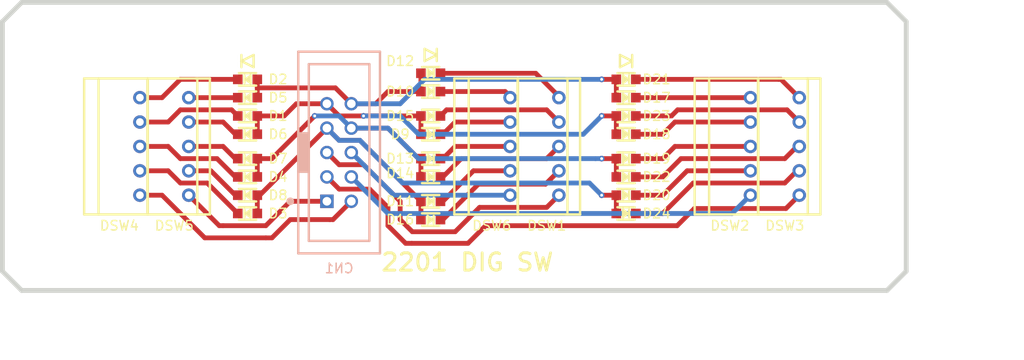
<source format=kicad_pcb>
(kicad_pcb (version 20171130) (host pcbnew "(5.1.10)-1")

  (general
    (thickness 1.6)
    (drawings 27)
    (tracks 191)
    (zones 0)
    (modules 35)
    (nets 35)
  )

  (page A4)
  (layers
    (0 F.Cu signal)
    (31 B.Cu signal)
    (32 B.Adhes user)
    (33 F.Adhes user)
    (34 B.Paste user)
    (35 F.Paste user)
    (36 B.SilkS user)
    (37 F.SilkS user)
    (38 B.Mask user)
    (39 F.Mask user)
    (40 Dwgs.User user)
    (41 Cmts.User user)
    (42 Eco1.User user)
    (43 Eco2.User user)
    (44 Edge.Cuts user)
    (45 Margin user)
    (46 B.CrtYd user)
    (47 F.CrtYd user)
    (48 B.Fab user hide)
    (49 F.Fab user hide)
  )

  (setup
    (last_trace_width 0.5)
    (user_trace_width 0.5)
    (trace_clearance 0.2)
    (zone_clearance 0.508)
    (zone_45_only no)
    (trace_min 0.2)
    (via_size 0.8)
    (via_drill 0.4)
    (via_min_size 0.4)
    (via_min_drill 0.3)
    (user_via 0.6 0.3)
    (uvia_size 0.3)
    (uvia_drill 0.1)
    (uvias_allowed no)
    (uvia_min_size 0.2)
    (uvia_min_drill 0.1)
    (edge_width 0.05)
    (segment_width 0.2)
    (pcb_text_width 0.3)
    (pcb_text_size 1.5 1.5)
    (mod_edge_width 0.12)
    (mod_text_size 1 1)
    (mod_text_width 0.15)
    (pad_size 1.4 1.4)
    (pad_drill 0.8)
    (pad_to_mask_clearance 0)
    (aux_axis_origin 0 0)
    (visible_elements 7FFFFFFF)
    (pcbplotparams
      (layerselection 0x010fc_ffffffff)
      (usegerberextensions false)
      (usegerberattributes true)
      (usegerberadvancedattributes true)
      (creategerberjobfile true)
      (excludeedgelayer true)
      (linewidth 0.100000)
      (plotframeref false)
      (viasonmask false)
      (mode 1)
      (useauxorigin false)
      (hpglpennumber 1)
      (hpglpenspeed 20)
      (hpglpendiameter 15.000000)
      (psnegative false)
      (psa4output false)
      (plotreference true)
      (plotvalue true)
      (plotinvisibletext false)
      (padsonsilk false)
      (subtractmaskfromsilk false)
      (outputformat 1)
      (mirror false)
      (drillshape 1)
      (scaleselection 1)
      (outputdirectory ""))
  )

  (net 0 "")
  (net 1 "Net-(CN1-Pad4)")
  (net 2 "Net-(CN1-Pad5)")
  (net 3 "Net-(CN1-Pad8)")
  (net 4 "Net-(CN1-Pad1)")
  (net 5 "Net-(CN1-Pad2)")
  (net 6 "Net-(CN1-Pad7)")
  (net 7 "Net-(CN1-Pad10)")
  (net 8 "Net-(CN1-Pad6)")
  (net 9 "Net-(CN1-Pad9)")
  (net 10 "Net-(CN1-Pad3)")
  (net 11 "Net-(D1-Pad2)")
  (net 12 "Net-(D2-Pad2)")
  (net 13 "Net-(D3-Pad2)")
  (net 14 "Net-(D4-Pad2)")
  (net 15 "Net-(D5-Pad2)")
  (net 16 "Net-(D6-Pad2)")
  (net 17 "Net-(D7-Pad2)")
  (net 18 "Net-(D8-Pad2)")
  (net 19 "Net-(D9-Pad2)")
  (net 20 "Net-(D10-Pad2)")
  (net 21 "Net-(D11-Pad2)")
  (net 22 "Net-(D12-Pad2)")
  (net 23 "Net-(D13-Pad2)")
  (net 24 "Net-(D14-Pad2)")
  (net 25 "Net-(D15-Pad2)")
  (net 26 "Net-(D16-Pad2)")
  (net 27 "Net-(D17-Pad2)")
  (net 28 "Net-(D18-Pad2)")
  (net 29 "Net-(D19-Pad2)")
  (net 30 "Net-(D20-Pad2)")
  (net 31 "Net-(D21-Pad2)")
  (net 32 "Net-(D22-Pad2)")
  (net 33 "Net-(D23-Pad2)")
  (net 34 "Net-(D24-Pad2)")

  (net_class Default "This is the default net class."
    (clearance 0.2)
    (trace_width 0.25)
    (via_dia 0.8)
    (via_drill 0.4)
    (uvia_dia 0.3)
    (uvia_drill 0.1)
    (add_net "Net-(CN1-Pad1)")
    (add_net "Net-(CN1-Pad10)")
    (add_net "Net-(CN1-Pad2)")
    (add_net "Net-(CN1-Pad3)")
    (add_net "Net-(CN1-Pad4)")
    (add_net "Net-(CN1-Pad5)")
    (add_net "Net-(CN1-Pad6)")
    (add_net "Net-(CN1-Pad7)")
    (add_net "Net-(CN1-Pad8)")
    (add_net "Net-(CN1-Pad9)")
    (add_net "Net-(D1-Pad2)")
    (add_net "Net-(D10-Pad2)")
    (add_net "Net-(D11-Pad2)")
    (add_net "Net-(D12-Pad2)")
    (add_net "Net-(D13-Pad2)")
    (add_net "Net-(D14-Pad2)")
    (add_net "Net-(D15-Pad2)")
    (add_net "Net-(D16-Pad2)")
    (add_net "Net-(D17-Pad2)")
    (add_net "Net-(D18-Pad2)")
    (add_net "Net-(D19-Pad2)")
    (add_net "Net-(D2-Pad2)")
    (add_net "Net-(D20-Pad2)")
    (add_net "Net-(D21-Pad2)")
    (add_net "Net-(D22-Pad2)")
    (add_net "Net-(D23-Pad2)")
    (add_net "Net-(D24-Pad2)")
    (add_net "Net-(D3-Pad2)")
    (add_net "Net-(D4-Pad2)")
    (add_net "Net-(D5-Pad2)")
    (add_net "Net-(D6-Pad2)")
    (add_net "Net-(D7-Pad2)")
    (add_net "Net-(D8-Pad2)")
    (add_net "Net-(D9-Pad2)")
  )

  (module cn_connector:HIF3FC-10PA (layer B.Cu) (tedit 62411A54) (tstamp 62417B50)
    (at 126.365 94.615)
    (path /62418663)
    (fp_text reference CN1 (at 0 12.065) (layer B.SilkS)
      (effects (font (size 1 1) (thickness 0.15)) (justify mirror))
    )
    (fp_text value HIF3FC-10PA (at 0 17.645) (layer B.Fab)
      (effects (font (size 1 1) (thickness 0.15)) (justify mirror))
    )
    (fp_line (start 3.15 -9.2) (end -3.15 -9.2) (layer B.SilkS) (width 0.25))
    (fp_line (start -4.25 2) (end -3.15 2) (layer B.SilkS) (width 0.25))
    (fp_line (start -3.15 -9.2) (end -3.15 9.2) (layer B.SilkS) (width 0.25))
    (fp_circle (center -5.08 5.08) (end -4.88 5.08) (layer B.SilkS) (width 0.4))
    (fp_line (start -4.25 -10.5) (end 4.25 -10.5) (layer B.SilkS) (width 0.25))
    (fp_line (start -4.25 10.5) (end -4.25 -10.5) (layer B.SilkS) (width 0.25))
    (fp_line (start -4.25 -2) (end -3.15 -2) (layer B.SilkS) (width 0.25))
    (fp_line (start 4.25 -10.5) (end 4.25 10.5) (layer B.SilkS) (width 0.25))
    (fp_line (start 3.15 9.2) (end 3.15 -9.2) (layer B.SilkS) (width 0.25))
    (fp_line (start -3.15 9.2) (end 3.15 9.2) (layer B.SilkS) (width 0.25))
    (fp_line (start 4.25 10.5) (end -4.25 10.5) (layer B.SilkS) (width 0.25))
    (fp_poly (pts (xy -3.15 -2) (xy -4.25 -2) (xy -4.25 2) (xy -3.15 2)) (layer B.SilkS) (width 0.1))
    (pad 2 thru_hole circle (at 1.27 5.08) (size 1.4 1.4) (drill 0.9) (layers *.Cu *.Mask)
      (net 5 "Net-(CN1-Pad2)"))
    (pad 7 thru_hole circle (at -1.27 -2.54) (size 1.4 1.4) (drill 0.9) (layers *.Cu *.Mask)
      (net 6 "Net-(CN1-Pad7)"))
    (pad 1 thru_hole rect (at -1.27 5.08) (size 1.4 1.4) (drill 0.9) (layers *.Cu *.Mask)
      (net 4 "Net-(CN1-Pad1)"))
    (pad 8 thru_hole circle (at 1.27 -2.54) (size 1.4 1.4) (drill 0.9) (layers *.Cu *.Mask)
      (net 3 "Net-(CN1-Pad8)"))
    (pad 3 thru_hole circle (at -1.27 2.54) (size 1.4 1.4) (drill 0.9) (layers *.Cu *.Mask)
      (net 10 "Net-(CN1-Pad3)"))
    (pad 10 thru_hole circle (at 1.27 -5.08) (size 1.4 1.4) (drill 0.9) (layers *.Cu *.Mask)
      (net 7 "Net-(CN1-Pad10)"))
    (pad 9 thru_hole circle (at -1.27 -5.08) (size 1.4 1.4) (drill 0.9) (layers *.Cu *.Mask)
      (net 9 "Net-(CN1-Pad9)"))
    (pad 6 thru_hole circle (at 1.27 0) (size 1.4 1.4) (drill 0.9) (layers *.Cu *.Mask)
      (net 8 "Net-(CN1-Pad6)"))
    (pad 4 thru_hole circle (at 1.27 2.54) (size 1.4 1.4) (drill 0.9) (layers *.Cu *.Mask)
      (net 1 "Net-(CN1-Pad4)"))
    (pad 5 thru_hole circle (at -1.27 0) (size 1.4 1.4) (drill 0.9) (layers *.Cu *.Mask)
      (net 2 "Net-(CN1-Pad5)"))
  )

  (module MountingHole:MountingHole_3.5mm (layer F.Cu) (tedit 56D1B4CB) (tstamp 621F51A4)
    (at 96.345 103.98)
    (descr "Mounting Hole 3.5mm, no annular")
    (tags "mounting hole 3.5mm no annular")
    (attr virtual)
    (fp_text reference REF** (at 0 -4.5) (layer F.SilkS) hide
      (effects (font (size 1 1) (thickness 0.15)))
    )
    (fp_text value MountingHole_3.5mm (at 0 4.5) (layer F.Fab) hide
      (effects (font (size 1 1) (thickness 0.15)))
    )
    (fp_circle (center 0 0) (end 3.5 0) (layer Cmts.User) (width 0.15))
    (fp_circle (center 0 0) (end 3.75 0) (layer F.CrtYd) (width 0.05))
    (fp_text user %R (at 0.3 0) (layer F.Fab) hide
      (effects (font (size 1 1) (thickness 0.15)))
    )
    (pad 1 np_thru_hole circle (at 0 0) (size 3.5 3.5) (drill 3.5) (layers *.Cu *.Mask))
  )

  (module MountingHole:MountingHole_3.5mm (layer F.Cu) (tedit 56D1B4CB) (tstamp 621F51A4)
    (at 96.345 83.98)
    (descr "Mounting Hole 3.5mm, no annular")
    (tags "mounting hole 3.5mm no annular")
    (attr virtual)
    (fp_text reference REF** (at 0 -4.5) (layer F.SilkS) hide
      (effects (font (size 1 1) (thickness 0.15)))
    )
    (fp_text value MountingHole_3.5mm (at 0 4.5) (layer F.Fab) hide
      (effects (font (size 1 1) (thickness 0.15)))
    )
    (fp_circle (center 0 0) (end 3.5 0) (layer Cmts.User) (width 0.15))
    (fp_circle (center 0 0) (end 3.75 0) (layer F.CrtYd) (width 0.05))
    (fp_text user %R (at 0.3 0) (layer F.Fab) hide
      (effects (font (size 1 1) (thickness 0.15)))
    )
    (pad 1 np_thru_hole circle (at 0 0) (size 3.5 3.5) (drill 3.5) (layers *.Cu *.Mask))
  )

  (module MountingHole:MountingHole_3.5mm (layer F.Cu) (tedit 56D1B4CB) (tstamp 621F51A4)
    (at 180.345 103.98)
    (descr "Mounting Hole 3.5mm, no annular")
    (tags "mounting hole 3.5mm no annular")
    (attr virtual)
    (fp_text reference REF** (at 0 -4.5) (layer F.SilkS) hide
      (effects (font (size 1 1) (thickness 0.15)))
    )
    (fp_text value MountingHole_3.5mm (at 0 4.5) (layer F.Fab) hide
      (effects (font (size 1 1) (thickness 0.15)))
    )
    (fp_circle (center 0 0) (end 3.5 0) (layer Cmts.User) (width 0.15))
    (fp_circle (center 0 0) (end 3.75 0) (layer F.CrtYd) (width 0.05))
    (fp_text user %R (at 0.3 0) (layer F.Fab) hide
      (effects (font (size 1 1) (thickness 0.15)))
    )
    (pad 1 np_thru_hole circle (at 0 0) (size 3.5 3.5) (drill 3.5) (layers *.Cu *.Mask))
  )

  (module MountingHole:MountingHole_3.5mm (layer F.Cu) (tedit 56D1B4CB) (tstamp 621F5184)
    (at 180.345 83.98)
    (descr "Mounting Hole 3.5mm, no annular")
    (tags "mounting hole 3.5mm no annular")
    (attr virtual)
    (fp_text reference REF** (at 0 -4.5) (layer F.SilkS) hide
      (effects (font (size 1 1) (thickness 0.15)))
    )
    (fp_text value MountingHole_3.5mm (at 0 4.5) (layer F.Fab) hide
      (effects (font (size 1 1) (thickness 0.15)))
    )
    (fp_circle (center 0 0) (end 3.5 0) (layer Cmts.User) (width 0.15))
    (fp_circle (center 0 0) (end 3.75 0) (layer F.CrtYd) (width 0.05))
    (fp_text user %R (at 0.3 0) (layer F.Fab) hide
      (effects (font (size 1 1) (thickness 0.15)))
    )
    (pad 1 np_thru_hole circle (at 0 0) (size 3.5 3.5) (drill 3.5) (layers *.Cu *.Mask))
  )

  (module A7D-106:A7D-106-L (layer F.Cu) (tedit 621EBDC1) (tstamp 621F1651)
    (at 144.145 88.9)
    (path /622902FC)
    (fp_text reference DSW6 (at -1.905 13.335) (layer F.SilkS)
      (effects (font (size 1 1) (thickness 0.15)))
    )
    (fp_text value A7D-106 (at 0 -5.199) (layer F.Fab) hide
      (effects (font (size 1 1) (thickness 0.15)))
    )
    (fp_line (start 0.8255 12.16) (end -4.3 12.16) (layer F.SilkS) (width 0.25))
    (fp_line (start 0.8255 12.16) (end 0.8255 -2) (layer F.SilkS) (width 0.25))
    (fp_line (start -4.3 12.16) (end -4.3 -2) (layer F.SilkS) (width 0.25))
    (fp_line (start -5.8 -2) (end -5.8 12.16) (layer F.SilkS) (width 0.25))
    (fp_line (start 0.8255 -2) (end -4.3 -2) (layer F.SilkS) (width 0.25))
    (fp_line (start -4.3 12.16) (end -5.8 12.16) (layer F.SilkS) (width 0.25))
    (fp_line (start -4.3 -2) (end -5.8 -2) (layer F.SilkS) (width 0.25))
    (pad 8 thru_hole circle (at 0 0) (size 1.4 1.4) (drill 0.8) (layers *.Cu *.Mask)
      (net 20 "Net-(D10-Pad2)"))
    (pad 4 thru_hole circle (at 0 2.54) (size 1.4 1.4) (drill 0.8) (layers *.Cu *.Mask)
      (net 19 "Net-(D9-Pad2)"))
    (pad 1 thru_hole circle (at 0 7.62) (size 1.4 1.4) (drill 0.8) (layers *.Cu *.Mask)
      (net 21 "Net-(D11-Pad2)"))
    (pad C thru_hole circle (at 0 10.16) (size 1.4 1.4) (drill 0.8) (layers *.Cu *.Mask)
      (net 8 "Net-(CN1-Pad6)"))
    (pad 2 thru_hole circle (at 0 5.08) (size 1.4 1.4) (drill 0.8) (layers *.Cu *.Mask)
      (net 23 "Net-(D13-Pad2)"))
  )

  (module A7D-106:A7D-106-R (layer F.Cu) (tedit 621EBC3A) (tstamp 621F1641)
    (at 110.725 88.9)
    (path /6228D589)
    (fp_text reference DSW5 (at -1.505 13.335) (layer F.SilkS)
      (effects (font (size 1 1) (thickness 0.15)))
    )
    (fp_text value A7D-106 (at -0.254 -4.437) (layer F.Fab) hide
      (effects (font (size 1 1) (thickness 0.15)))
    )
    (fp_line (start 2.2 12.16) (end -4.3 12.16) (layer F.SilkS) (width 0.25))
    (fp_line (start 2.2 -2) (end 0.7 -2) (layer F.SilkS) (width 0.25))
    (fp_line (start 0.889 12.16) (end 0.889 -2) (layer F.SilkS) (width 0.25))
    (fp_line (start -4.3 12.16) (end -4.3 -2) (layer F.SilkS) (width 0.25))
    (fp_line (start 2.2 12.16) (end 0.7 12.16) (layer F.SilkS) (width 0.25))
    (fp_line (start 2.2 -2) (end 2.2 12.16) (layer F.SilkS) (width 0.25))
    (fp_line (start 2.2 -2) (end -4.3 -2) (layer F.SilkS) (width 0.25))
    (pad 8 thru_hole circle (at 0 0) (size 1.4 1.4) (drill 0.8) (layers *.Cu *.Mask)
      (net 15 "Net-(D5-Pad2)"))
    (pad 4 thru_hole circle (at 0 2.54) (size 1.4 1.4) (drill 0.8) (layers *.Cu *.Mask)
      (net 16 "Net-(D6-Pad2)"))
    (pad 1 thru_hole circle (at 0 7.62) (size 1.4 1.4) (drill 0.8) (layers *.Cu *.Mask)
      (net 18 "Net-(D8-Pad2)"))
    (pad C thru_hole circle (at 0 10.16) (size 1.4 1.4) (drill 0.8) (layers *.Cu *.Mask)
      (net 4 "Net-(CN1-Pad1)"))
    (pad 2 thru_hole circle (at 0 5.08) (size 1.4 1.4) (drill 0.8) (layers *.Cu *.Mask)
      (net 17 "Net-(D7-Pad2)"))
  )

  (module A7D-106:A7D-106-L (layer F.Cu) (tedit 621EBDC1) (tstamp 621F1631)
    (at 105.645 88.9)
    (path /621DE27C)
    (fp_text reference DSW4 (at -2.14 13.335) (layer F.SilkS)
      (effects (font (size 1 1) (thickness 0.15)))
    )
    (fp_text value A7D-106 (at 0 -5.199) (layer F.Fab) hide
      (effects (font (size 1 1) (thickness 0.15)))
    )
    (fp_line (start 0.8255 12.16) (end -4.3 12.16) (layer F.SilkS) (width 0.25))
    (fp_line (start 0.8255 12.16) (end 0.8255 -2) (layer F.SilkS) (width 0.25))
    (fp_line (start -4.3 12.16) (end -4.3 -2) (layer F.SilkS) (width 0.25))
    (fp_line (start -5.8 -2) (end -5.8 12.16) (layer F.SilkS) (width 0.25))
    (fp_line (start 0.8255 -2) (end -4.3 -2) (layer F.SilkS) (width 0.25))
    (fp_line (start -4.3 12.16) (end -5.8 12.16) (layer F.SilkS) (width 0.25))
    (fp_line (start -4.3 -2) (end -5.8 -2) (layer F.SilkS) (width 0.25))
    (pad 8 thru_hole circle (at 0 0) (size 1.4 1.4) (drill 0.8) (layers *.Cu *.Mask)
      (net 12 "Net-(D2-Pad2)"))
    (pad 4 thru_hole circle (at 0 2.54) (size 1.4 1.4) (drill 0.8) (layers *.Cu *.Mask)
      (net 11 "Net-(D1-Pad2)"))
    (pad 1 thru_hole circle (at 0 7.62) (size 1.4 1.4) (drill 0.8) (layers *.Cu *.Mask)
      (net 13 "Net-(D3-Pad2)"))
    (pad C thru_hole circle (at 0 10.16) (size 1.4 1.4) (drill 0.8) (layers *.Cu *.Mask)
      (net 5 "Net-(CN1-Pad2)"))
    (pad 2 thru_hole circle (at 0 5.08) (size 1.4 1.4) (drill 0.8) (layers *.Cu *.Mask)
      (net 14 "Net-(D4-Pad2)"))
  )

  (module A7D-106:A7D-106-R (layer F.Cu) (tedit 621EBC3A) (tstamp 621F1621)
    (at 174.225 88.9)
    (path /6229BFBC)
    (fp_text reference DSW3 (at -1.505 13.335) (layer F.SilkS)
      (effects (font (size 1 1) (thickness 0.15)))
    )
    (fp_text value A7D-106 (at -0.254 -4.437) (layer F.Fab) hide
      (effects (font (size 1 1) (thickness 0.15)))
    )
    (fp_line (start 2.2 12.16) (end -4.3 12.16) (layer F.SilkS) (width 0.25))
    (fp_line (start 2.2 -2) (end 0.7 -2) (layer F.SilkS) (width 0.25))
    (fp_line (start 0.889 12.16) (end 0.889 -2) (layer F.SilkS) (width 0.25))
    (fp_line (start -4.3 12.16) (end -4.3 -2) (layer F.SilkS) (width 0.25))
    (fp_line (start 2.2 12.16) (end 0.7 12.16) (layer F.SilkS) (width 0.25))
    (fp_line (start 2.2 -2) (end 2.2 12.16) (layer F.SilkS) (width 0.25))
    (fp_line (start 2.2 -2) (end -4.3 -2) (layer F.SilkS) (width 0.25))
    (pad 8 thru_hole circle (at 0 0) (size 1.4 1.4) (drill 0.8) (layers *.Cu *.Mask)
      (net 31 "Net-(D21-Pad2)"))
    (pad 4 thru_hole circle (at 0 2.54) (size 1.4 1.4) (drill 0.8) (layers *.Cu *.Mask)
      (net 33 "Net-(D23-Pad2)"))
    (pad 1 thru_hole circle (at 0 7.62) (size 1.4 1.4) (drill 0.8) (layers *.Cu *.Mask)
      (net 34 "Net-(D24-Pad2)"))
    (pad C thru_hole circle (at 0 10.16) (size 1.4 1.4) (drill 0.8) (layers *.Cu *.Mask)
      (net 10 "Net-(CN1-Pad3)"))
    (pad 2 thru_hole circle (at 0 5.08) (size 1.4 1.4) (drill 0.8) (layers *.Cu *.Mask)
      (net 32 "Net-(D22-Pad2)"))
  )

  (module A7D-106:A7D-106-L (layer F.Cu) (tedit 621EBDC1) (tstamp 621F49D5)
    (at 169.145 88.9)
    (path /62298F43)
    (fp_text reference DSW2 (at -2.14 13.335) (layer F.SilkS)
      (effects (font (size 1 1) (thickness 0.15)))
    )
    (fp_text value A7D-106 (at 0 -5.199) (layer F.Fab) hide
      (effects (font (size 1 1) (thickness 0.15)))
    )
    (fp_line (start 0.8255 12.16) (end -4.3 12.16) (layer F.SilkS) (width 0.25))
    (fp_line (start 0.8255 12.16) (end 0.8255 -2) (layer F.SilkS) (width 0.25))
    (fp_line (start -4.3 12.16) (end -4.3 -2) (layer F.SilkS) (width 0.25))
    (fp_line (start -5.8 -2) (end -5.8 12.16) (layer F.SilkS) (width 0.25))
    (fp_line (start 0.8255 -2) (end -4.3 -2) (layer F.SilkS) (width 0.25))
    (fp_line (start -4.3 12.16) (end -5.8 12.16) (layer F.SilkS) (width 0.25))
    (fp_line (start -4.3 -2) (end -5.8 -2) (layer F.SilkS) (width 0.25))
    (pad 8 thru_hole circle (at 0 0) (size 1.4 1.4) (drill 0.8) (layers *.Cu *.Mask)
      (net 27 "Net-(D17-Pad2)"))
    (pad 4 thru_hole circle (at 0 2.54) (size 1.4 1.4) (drill 0.8) (layers *.Cu *.Mask)
      (net 28 "Net-(D18-Pad2)"))
    (pad 1 thru_hole circle (at 0 7.62) (size 1.4 1.4) (drill 0.8) (layers *.Cu *.Mask)
      (net 30 "Net-(D20-Pad2)"))
    (pad C thru_hole circle (at 0 10.16) (size 1.4 1.4) (drill 0.8) (layers *.Cu *.Mask)
      (net 1 "Net-(CN1-Pad4)"))
    (pad 2 thru_hole circle (at 0 5.08) (size 1.4 1.4) (drill 0.8) (layers *.Cu *.Mask)
      (net 29 "Net-(D19-Pad2)"))
  )

  (module A7D-106:A7D-106-R (layer F.Cu) (tedit 621EBC3A) (tstamp 621F4C1A)
    (at 149.225 88.9)
    (path /62295FCC)
    (fp_text reference DSW1 (at -1.27 13.335) (layer F.SilkS)
      (effects (font (size 1 1) (thickness 0.15)))
    )
    (fp_text value A7D-106 (at -0.254 -4.437) (layer F.Fab) hide
      (effects (font (size 1 1) (thickness 0.15)))
    )
    (fp_line (start 2.2 12.16) (end -4.3 12.16) (layer F.SilkS) (width 0.25))
    (fp_line (start 2.2 -2) (end 0.7 -2) (layer F.SilkS) (width 0.25))
    (fp_line (start 0.889 12.16) (end 0.889 -2) (layer F.SilkS) (width 0.25))
    (fp_line (start -4.3 12.16) (end -4.3 -2) (layer F.SilkS) (width 0.25))
    (fp_line (start 2.2 12.16) (end 0.7 12.16) (layer F.SilkS) (width 0.25))
    (fp_line (start 2.2 -2) (end 2.2 12.16) (layer F.SilkS) (width 0.25))
    (fp_line (start 2.2 -2) (end -4.3 -2) (layer F.SilkS) (width 0.25))
    (pad 8 thru_hole circle (at 0 0) (size 1.4 1.4) (drill 0.8) (layers *.Cu *.Mask)
      (net 22 "Net-(D12-Pad2)"))
    (pad 4 thru_hole circle (at 0 2.54) (size 1.4 1.4) (drill 0.8) (layers *.Cu *.Mask)
      (net 25 "Net-(D15-Pad2)"))
    (pad 1 thru_hole circle (at 0 7.62) (size 1.4 1.4) (drill 0.8) (layers *.Cu *.Mask)
      (net 26 "Net-(D16-Pad2)"))
    (pad C thru_hole circle (at 0 10.16) (size 1.4 1.4) (drill 0.8) (layers *.Cu *.Mask)
      (net 2 "Net-(CN1-Pad5)"))
    (pad 2 thru_hole circle (at 0 5.08) (size 1.4 1.4) (drill 0.8) (layers *.Cu *.Mask)
      (net 24 "Net-(D14-Pad2)"))
  )

  (module Diode_custom:1SS355 (layer F.Cu) (tedit 621EC829) (tstamp 621F4815)
    (at 156.21 100.965)
    (path /622012DC)
    (fp_text reference D24 (at 3.175 0) (layer F.SilkS)
      (effects (font (size 1 1) (thickness 0.15)))
    )
    (fp_text value RB521S-30TE61 (at 0 -2.405) (layer F.Fab) hide
      (effects (font (size 1 1) (thickness 0.15)))
    )
    (fp_poly (pts (xy 0.1905 0) (xy -0.3175 0.381) (xy -0.3175 -0.381)) (layer F.SilkS) (width 0.1))
    (fp_line (start -0.8 0.4) (end -0.8 -0.4) (layer F.Fab) (width 0.1))
    (fp_line (start 0.8 -0.4) (end 0.8 0.4) (layer F.Fab) (width 0.1))
    (fp_line (start -0.3175 -0.381) (end -0.3175 0.381) (layer F.SilkS) (width 0.25))
    (fp_line (start -0.3175 0.381) (end 0.1905 0) (layer F.SilkS) (width 0.25))
    (fp_line (start 0.1905 0) (end -0.3175 -0.381) (layer F.SilkS) (width 0.25))
    (fp_line (start 0.3175 -0.381) (end 0.3175 0.381) (layer F.SilkS) (width 0.25))
    (fp_line (start -0.9 -0.65) (end 0.9 -0.65) (layer F.SilkS) (width 0.25))
    (fp_line (start -0.9 0.65) (end 0.9 0.65) (layer F.SilkS) (width 0.25))
    (pad 2 smd rect (at 1.016 0) (size 1 1) (layers F.Cu F.Paste F.Mask)
      (net 34 "Net-(D24-Pad2)"))
    (pad 1 smd rect (at -1.016 0) (size 1 1) (layers F.Cu F.Paste F.Mask)
      (net 6 "Net-(CN1-Pad7)"))
  )

  (module Diode_custom:1SS355 (layer F.Cu) (tedit 621EC829) (tstamp 621F5801)
    (at 156.21 90.805)
    (path /622012D6)
    (fp_text reference D23 (at 3.175 0) (layer F.SilkS)
      (effects (font (size 1 1) (thickness 0.15)))
    )
    (fp_text value RB521S-30TE61 (at 0 -2.405) (layer F.Fab) hide
      (effects (font (size 1 1) (thickness 0.15)))
    )
    (fp_poly (pts (xy 0.1905 0) (xy -0.3175 0.381) (xy -0.3175 -0.381)) (layer F.SilkS) (width 0.1))
    (fp_line (start -0.8 0.4) (end -0.8 -0.4) (layer F.Fab) (width 0.1))
    (fp_line (start 0.8 -0.4) (end 0.8 0.4) (layer F.Fab) (width 0.1))
    (fp_line (start -0.3175 -0.381) (end -0.3175 0.381) (layer F.SilkS) (width 0.25))
    (fp_line (start -0.3175 0.381) (end 0.1905 0) (layer F.SilkS) (width 0.25))
    (fp_line (start 0.1905 0) (end -0.3175 -0.381) (layer F.SilkS) (width 0.25))
    (fp_line (start 0.3175 -0.381) (end 0.3175 0.381) (layer F.SilkS) (width 0.25))
    (fp_line (start -0.9 -0.65) (end 0.9 -0.65) (layer F.SilkS) (width 0.25))
    (fp_line (start -0.9 0.65) (end 0.9 0.65) (layer F.SilkS) (width 0.25))
    (pad 2 smd rect (at 1.016 0) (size 1 1) (layers F.Cu F.Paste F.Mask)
      (net 33 "Net-(D23-Pad2)"))
    (pad 1 smd rect (at -1.016 0) (size 1 1) (layers F.Cu F.Paste F.Mask)
      (net 9 "Net-(CN1-Pad9)"))
  )

  (module Diode_custom:1SS355 (layer F.Cu) (tedit 621EC829) (tstamp 621F5DCC)
    (at 156.21 97.155)
    (path /622012E2)
    (fp_text reference D22 (at 3.175 0) (layer F.SilkS)
      (effects (font (size 1 1) (thickness 0.15)))
    )
    (fp_text value RB521S-30TE61 (at 0 -2.405) (layer F.Fab) hide
      (effects (font (size 1 1) (thickness 0.15)))
    )
    (fp_poly (pts (xy 0.1905 0) (xy -0.3175 0.381) (xy -0.3175 -0.381)) (layer F.SilkS) (width 0.1))
    (fp_line (start -0.8 0.4) (end -0.8 -0.4) (layer F.Fab) (width 0.1))
    (fp_line (start 0.8 -0.4) (end 0.8 0.4) (layer F.Fab) (width 0.1))
    (fp_line (start -0.3175 -0.381) (end -0.3175 0.381) (layer F.SilkS) (width 0.25))
    (fp_line (start -0.3175 0.381) (end 0.1905 0) (layer F.SilkS) (width 0.25))
    (fp_line (start 0.1905 0) (end -0.3175 -0.381) (layer F.SilkS) (width 0.25))
    (fp_line (start 0.3175 -0.381) (end 0.3175 0.381) (layer F.SilkS) (width 0.25))
    (fp_line (start -0.9 -0.65) (end 0.9 -0.65) (layer F.SilkS) (width 0.25))
    (fp_line (start -0.9 0.65) (end 0.9 0.65) (layer F.SilkS) (width 0.25))
    (pad 2 smd rect (at 1.016 0) (size 1 1) (layers F.Cu F.Paste F.Mask)
      (net 32 "Net-(D22-Pad2)"))
    (pad 1 smd rect (at -1.016 0) (size 1 1) (layers F.Cu F.Paste F.Mask)
      (net 3 "Net-(CN1-Pad8)"))
  )

  (module Diode_custom:1SS355 (layer F.Cu) (tedit 621EC829) (tstamp 621F15B5)
    (at 156.21 86.995)
    (path /622012D0)
    (fp_text reference D21 (at 3.175 0) (layer F.SilkS)
      (effects (font (size 1 1) (thickness 0.15)))
    )
    (fp_text value RB521S-30TE61 (at 0 -2.405) (layer F.Fab) hide
      (effects (font (size 1 1) (thickness 0.15)))
    )
    (fp_poly (pts (xy 0.1905 0) (xy -0.3175 0.381) (xy -0.3175 -0.381)) (layer F.SilkS) (width 0.1))
    (fp_line (start -0.8 0.4) (end -0.8 -0.4) (layer F.Fab) (width 0.1))
    (fp_line (start 0.8 -0.4) (end 0.8 0.4) (layer F.Fab) (width 0.1))
    (fp_line (start -0.3175 -0.381) (end -0.3175 0.381) (layer F.SilkS) (width 0.25))
    (fp_line (start -0.3175 0.381) (end 0.1905 0) (layer F.SilkS) (width 0.25))
    (fp_line (start 0.1905 0) (end -0.3175 -0.381) (layer F.SilkS) (width 0.25))
    (fp_line (start 0.3175 -0.381) (end 0.3175 0.381) (layer F.SilkS) (width 0.25))
    (fp_line (start -0.9 -0.65) (end 0.9 -0.65) (layer F.SilkS) (width 0.25))
    (fp_line (start -0.9 0.65) (end 0.9 0.65) (layer F.SilkS) (width 0.25))
    (pad 2 smd rect (at 1.016 0) (size 1 1) (layers F.Cu F.Paste F.Mask)
      (net 31 "Net-(D21-Pad2)"))
    (pad 1 smd rect (at -1.016 0) (size 1 1) (layers F.Cu F.Paste F.Mask)
      (net 7 "Net-(CN1-Pad10)"))
  )

  (module Diode_custom:1SS355 (layer F.Cu) (tedit 621EC829) (tstamp 621F15A1)
    (at 156.21 99.06)
    (path /621FFD58)
    (fp_text reference D20 (at 3.175 0) (layer F.SilkS)
      (effects (font (size 1 1) (thickness 0.15)))
    )
    (fp_text value RB521S-30TE61 (at 0 -2.405) (layer F.Fab) hide
      (effects (font (size 1 1) (thickness 0.15)))
    )
    (fp_poly (pts (xy 0.1905 0) (xy -0.3175 0.381) (xy -0.3175 -0.381)) (layer F.SilkS) (width 0.1))
    (fp_line (start -0.8 0.4) (end -0.8 -0.4) (layer F.Fab) (width 0.1))
    (fp_line (start 0.8 -0.4) (end 0.8 0.4) (layer F.Fab) (width 0.1))
    (fp_line (start -0.3175 -0.381) (end -0.3175 0.381) (layer F.SilkS) (width 0.25))
    (fp_line (start -0.3175 0.381) (end 0.1905 0) (layer F.SilkS) (width 0.25))
    (fp_line (start 0.1905 0) (end -0.3175 -0.381) (layer F.SilkS) (width 0.25))
    (fp_line (start 0.3175 -0.381) (end 0.3175 0.381) (layer F.SilkS) (width 0.25))
    (fp_line (start -0.9 -0.65) (end 0.9 -0.65) (layer F.SilkS) (width 0.25))
    (fp_line (start -0.9 0.65) (end 0.9 0.65) (layer F.SilkS) (width 0.25))
    (pad 2 smd rect (at 1.016 0) (size 1 1) (layers F.Cu F.Paste F.Mask)
      (net 30 "Net-(D20-Pad2)"))
    (pad 1 smd rect (at -1.016 0) (size 1 1) (layers F.Cu F.Paste F.Mask)
      (net 6 "Net-(CN1-Pad7)"))
  )

  (module Diode_custom:1SS355 (layer F.Cu) (tedit 621EC829) (tstamp 621F5D85)
    (at 156.21 95.25)
    (path /621FFD5E)
    (fp_text reference D19 (at 3.175 0) (layer F.SilkS)
      (effects (font (size 1 1) (thickness 0.15)))
    )
    (fp_text value RB521S-30TE61 (at 0 -2.405) (layer F.Fab) hide
      (effects (font (size 1 1) (thickness 0.15)))
    )
    (fp_poly (pts (xy 0.1905 0) (xy -0.3175 0.381) (xy -0.3175 -0.381)) (layer F.SilkS) (width 0.1))
    (fp_line (start -0.8 0.4) (end -0.8 -0.4) (layer F.Fab) (width 0.1))
    (fp_line (start 0.8 -0.4) (end 0.8 0.4) (layer F.Fab) (width 0.1))
    (fp_line (start -0.3175 -0.381) (end -0.3175 0.381) (layer F.SilkS) (width 0.25))
    (fp_line (start -0.3175 0.381) (end 0.1905 0) (layer F.SilkS) (width 0.25))
    (fp_line (start 0.1905 0) (end -0.3175 -0.381) (layer F.SilkS) (width 0.25))
    (fp_line (start 0.3175 -0.381) (end 0.3175 0.381) (layer F.SilkS) (width 0.25))
    (fp_line (start -0.9 -0.65) (end 0.9 -0.65) (layer F.SilkS) (width 0.25))
    (fp_line (start -0.9 0.65) (end 0.9 0.65) (layer F.SilkS) (width 0.25))
    (pad 2 smd rect (at 1.016 0) (size 1 1) (layers F.Cu F.Paste F.Mask)
      (net 29 "Net-(D19-Pad2)"))
    (pad 1 smd rect (at -1.016 0) (size 1 1) (layers F.Cu F.Paste F.Mask)
      (net 3 "Net-(CN1-Pad8)"))
  )

  (module Diode_custom:1SS355 (layer F.Cu) (tedit 621EC829) (tstamp 621F490B)
    (at 156.21 92.71)
    (path /621FFD52)
    (fp_text reference D18 (at 3.175 0) (layer F.SilkS)
      (effects (font (size 1 1) (thickness 0.15)))
    )
    (fp_text value RB521S-30TE61 (at 0 -2.405) (layer F.Fab) hide
      (effects (font (size 1 1) (thickness 0.15)))
    )
    (fp_poly (pts (xy 0.1905 0) (xy -0.3175 0.381) (xy -0.3175 -0.381)) (layer F.SilkS) (width 0.1))
    (fp_line (start -0.8 0.4) (end -0.8 -0.4) (layer F.Fab) (width 0.1))
    (fp_line (start 0.8 -0.4) (end 0.8 0.4) (layer F.Fab) (width 0.1))
    (fp_line (start -0.3175 -0.381) (end -0.3175 0.381) (layer F.SilkS) (width 0.25))
    (fp_line (start -0.3175 0.381) (end 0.1905 0) (layer F.SilkS) (width 0.25))
    (fp_line (start 0.1905 0) (end -0.3175 -0.381) (layer F.SilkS) (width 0.25))
    (fp_line (start 0.3175 -0.381) (end 0.3175 0.381) (layer F.SilkS) (width 0.25))
    (fp_line (start -0.9 -0.65) (end 0.9 -0.65) (layer F.SilkS) (width 0.25))
    (fp_line (start -0.9 0.65) (end 0.9 0.65) (layer F.SilkS) (width 0.25))
    (pad 2 smd rect (at 1.016 0) (size 1 1) (layers F.Cu F.Paste F.Mask)
      (net 28 "Net-(D18-Pad2)"))
    (pad 1 smd rect (at -1.016 0) (size 1 1) (layers F.Cu F.Paste F.Mask)
      (net 9 "Net-(CN1-Pad9)"))
  )

  (module Diode_custom:1SS355 (layer F.Cu) (tedit 621EC829) (tstamp 621F1565)
    (at 156.21 88.9)
    (path /621FFD4C)
    (fp_text reference D17 (at 3.175 0) (layer F.SilkS)
      (effects (font (size 1 1) (thickness 0.15)))
    )
    (fp_text value RB521S-30TE61 (at 0 -2.405) (layer F.Fab) hide
      (effects (font (size 1 1) (thickness 0.15)))
    )
    (fp_poly (pts (xy 0.1905 0) (xy -0.3175 0.381) (xy -0.3175 -0.381)) (layer F.SilkS) (width 0.1))
    (fp_line (start -0.8 0.4) (end -0.8 -0.4) (layer F.Fab) (width 0.1))
    (fp_line (start 0.8 -0.4) (end 0.8 0.4) (layer F.Fab) (width 0.1))
    (fp_line (start -0.3175 -0.381) (end -0.3175 0.381) (layer F.SilkS) (width 0.25))
    (fp_line (start -0.3175 0.381) (end 0.1905 0) (layer F.SilkS) (width 0.25))
    (fp_line (start 0.1905 0) (end -0.3175 -0.381) (layer F.SilkS) (width 0.25))
    (fp_line (start 0.3175 -0.381) (end 0.3175 0.381) (layer F.SilkS) (width 0.25))
    (fp_line (start -0.9 -0.65) (end 0.9 -0.65) (layer F.SilkS) (width 0.25))
    (fp_line (start -0.9 0.65) (end 0.9 0.65) (layer F.SilkS) (width 0.25))
    (pad 2 smd rect (at 1.016 0) (size 1 1) (layers F.Cu F.Paste F.Mask)
      (net 27 "Net-(D17-Pad2)"))
    (pad 1 smd rect (at -1.016 0) (size 1 1) (layers F.Cu F.Paste F.Mask)
      (net 7 "Net-(CN1-Pad10)"))
  )

  (module Diode_custom:1SS355 (layer F.Cu) (tedit 621EC829) (tstamp 621F1551)
    (at 135.89 101.6)
    (path /621FE07C)
    (fp_text reference D16 (at -3.175 0) (layer F.SilkS)
      (effects (font (size 1 1) (thickness 0.15)))
    )
    (fp_text value RB521S-30TE61 (at 0 -2.405) (layer F.Fab) hide
      (effects (font (size 1 1) (thickness 0.15)))
    )
    (fp_poly (pts (xy 0.1905 0) (xy -0.3175 0.381) (xy -0.3175 -0.381)) (layer F.SilkS) (width 0.1))
    (fp_line (start -0.8 0.4) (end -0.8 -0.4) (layer F.Fab) (width 0.1))
    (fp_line (start 0.8 -0.4) (end 0.8 0.4) (layer F.Fab) (width 0.1))
    (fp_line (start -0.3175 -0.381) (end -0.3175 0.381) (layer F.SilkS) (width 0.25))
    (fp_line (start -0.3175 0.381) (end 0.1905 0) (layer F.SilkS) (width 0.25))
    (fp_line (start 0.1905 0) (end -0.3175 -0.381) (layer F.SilkS) (width 0.25))
    (fp_line (start 0.3175 -0.381) (end 0.3175 0.381) (layer F.SilkS) (width 0.25))
    (fp_line (start -0.9 -0.65) (end 0.9 -0.65) (layer F.SilkS) (width 0.25))
    (fp_line (start -0.9 0.65) (end 0.9 0.65) (layer F.SilkS) (width 0.25))
    (pad 2 smd rect (at 1.016 0) (size 1 1) (layers F.Cu F.Paste F.Mask)
      (net 26 "Net-(D16-Pad2)"))
    (pad 1 smd rect (at -1.016 0) (size 1 1) (layers F.Cu F.Paste F.Mask)
      (net 6 "Net-(CN1-Pad7)"))
  )

  (module Diode_custom:1SS355 (layer F.Cu) (tedit 621EC829) (tstamp 621F5645)
    (at 135.89 90.805)
    (path /621FE076)
    (fp_text reference D15 (at -3.175 0) (layer F.SilkS)
      (effects (font (size 1 1) (thickness 0.15)))
    )
    (fp_text value RB521S-30TE61 (at 0 -2.405) (layer F.Fab) hide
      (effects (font (size 1 1) (thickness 0.15)))
    )
    (fp_poly (pts (xy 0.1905 0) (xy -0.3175 0.381) (xy -0.3175 -0.381)) (layer F.SilkS) (width 0.1))
    (fp_line (start -0.8 0.4) (end -0.8 -0.4) (layer F.Fab) (width 0.1))
    (fp_line (start 0.8 -0.4) (end 0.8 0.4) (layer F.Fab) (width 0.1))
    (fp_line (start -0.3175 -0.381) (end -0.3175 0.381) (layer F.SilkS) (width 0.25))
    (fp_line (start -0.3175 0.381) (end 0.1905 0) (layer F.SilkS) (width 0.25))
    (fp_line (start 0.1905 0) (end -0.3175 -0.381) (layer F.SilkS) (width 0.25))
    (fp_line (start 0.3175 -0.381) (end 0.3175 0.381) (layer F.SilkS) (width 0.25))
    (fp_line (start -0.9 -0.65) (end 0.9 -0.65) (layer F.SilkS) (width 0.25))
    (fp_line (start -0.9 0.65) (end 0.9 0.65) (layer F.SilkS) (width 0.25))
    (pad 2 smd rect (at 1.016 0) (size 1 1) (layers F.Cu F.Paste F.Mask)
      (net 25 "Net-(D15-Pad2)"))
    (pad 1 smd rect (at -1.016 0) (size 1 1) (layers F.Cu F.Paste F.Mask)
      (net 9 "Net-(CN1-Pad9)"))
  )

  (module Diode_custom:1SS355 (layer F.Cu) (tedit 621EC829) (tstamp 621F4B32)
    (at 135.89 97.155)
    (path /621FE082)
    (fp_text reference D14 (at -3.175 -0.381) (layer F.SilkS)
      (effects (font (size 1 1) (thickness 0.15)))
    )
    (fp_text value RB521S-30TE61 (at 0 -2.405) (layer F.Fab) hide
      (effects (font (size 1 1) (thickness 0.15)))
    )
    (fp_poly (pts (xy 0.1905 0) (xy -0.3175 0.381) (xy -0.3175 -0.381)) (layer F.SilkS) (width 0.1))
    (fp_line (start -0.8 0.4) (end -0.8 -0.4) (layer F.Fab) (width 0.1))
    (fp_line (start 0.8 -0.4) (end 0.8 0.4) (layer F.Fab) (width 0.1))
    (fp_line (start -0.3175 -0.381) (end -0.3175 0.381) (layer F.SilkS) (width 0.25))
    (fp_line (start -0.3175 0.381) (end 0.1905 0) (layer F.SilkS) (width 0.25))
    (fp_line (start 0.1905 0) (end -0.3175 -0.381) (layer F.SilkS) (width 0.25))
    (fp_line (start 0.3175 -0.381) (end 0.3175 0.381) (layer F.SilkS) (width 0.25))
    (fp_line (start -0.9 -0.65) (end 0.9 -0.65) (layer F.SilkS) (width 0.25))
    (fp_line (start -0.9 0.65) (end 0.9 0.65) (layer F.SilkS) (width 0.25))
    (pad 2 smd rect (at 1.016 0) (size 1 1) (layers F.Cu F.Paste F.Mask)
      (net 24 "Net-(D14-Pad2)"))
    (pad 1 smd rect (at -1.016 0) (size 1 1) (layers F.Cu F.Paste F.Mask)
      (net 3 "Net-(CN1-Pad8)"))
  )

  (module Diode_custom:1SS355 (layer F.Cu) (tedit 621EC829) (tstamp 621F1515)
    (at 135.89 95.25)
    (path /621FBD06)
    (fp_text reference D13 (at -3.175 0) (layer F.SilkS)
      (effects (font (size 1 1) (thickness 0.15)))
    )
    (fp_text value RB521S-30TE61 (at 0 -2.405) (layer F.Fab) hide
      (effects (font (size 1 1) (thickness 0.15)))
    )
    (fp_poly (pts (xy 0.1905 0) (xy -0.3175 0.381) (xy -0.3175 -0.381)) (layer F.SilkS) (width 0.1))
    (fp_line (start -0.8 0.4) (end -0.8 -0.4) (layer F.Fab) (width 0.1))
    (fp_line (start 0.8 -0.4) (end 0.8 0.4) (layer F.Fab) (width 0.1))
    (fp_line (start -0.3175 -0.381) (end -0.3175 0.381) (layer F.SilkS) (width 0.25))
    (fp_line (start -0.3175 0.381) (end 0.1905 0) (layer F.SilkS) (width 0.25))
    (fp_line (start 0.1905 0) (end -0.3175 -0.381) (layer F.SilkS) (width 0.25))
    (fp_line (start 0.3175 -0.381) (end 0.3175 0.381) (layer F.SilkS) (width 0.25))
    (fp_line (start -0.9 -0.65) (end 0.9 -0.65) (layer F.SilkS) (width 0.25))
    (fp_line (start -0.9 0.65) (end 0.9 0.65) (layer F.SilkS) (width 0.25))
    (pad 2 smd rect (at 1.016 0) (size 1 1) (layers F.Cu F.Paste F.Mask)
      (net 23 "Net-(D13-Pad2)"))
    (pad 1 smd rect (at -1.016 0) (size 1 1) (layers F.Cu F.Paste F.Mask)
      (net 3 "Net-(CN1-Pad8)"))
  )

  (module Diode_custom:1SS355 (layer F.Cu) (tedit 621EC829) (tstamp 621F1501)
    (at 135.89 86.36)
    (path /621FE070)
    (fp_text reference D12 (at -3.175 -1.27) (layer F.SilkS)
      (effects (font (size 1 1) (thickness 0.15)))
    )
    (fp_text value RB521S-30TE61 (at 0 -2.405) (layer F.Fab) hide
      (effects (font (size 1 1) (thickness 0.15)))
    )
    (fp_poly (pts (xy 0.1905 0) (xy -0.3175 0.381) (xy -0.3175 -0.381)) (layer F.SilkS) (width 0.1))
    (fp_line (start -0.8 0.4) (end -0.8 -0.4) (layer F.Fab) (width 0.1))
    (fp_line (start 0.8 -0.4) (end 0.8 0.4) (layer F.Fab) (width 0.1))
    (fp_line (start -0.3175 -0.381) (end -0.3175 0.381) (layer F.SilkS) (width 0.25))
    (fp_line (start -0.3175 0.381) (end 0.1905 0) (layer F.SilkS) (width 0.25))
    (fp_line (start 0.1905 0) (end -0.3175 -0.381) (layer F.SilkS) (width 0.25))
    (fp_line (start 0.3175 -0.381) (end 0.3175 0.381) (layer F.SilkS) (width 0.25))
    (fp_line (start -0.9 -0.65) (end 0.9 -0.65) (layer F.SilkS) (width 0.25))
    (fp_line (start -0.9 0.65) (end 0.9 0.65) (layer F.SilkS) (width 0.25))
    (pad 2 smd rect (at 1.016 0) (size 1 1) (layers F.Cu F.Paste F.Mask)
      (net 22 "Net-(D12-Pad2)"))
    (pad 1 smd rect (at -1.016 0) (size 1 1) (layers F.Cu F.Paste F.Mask)
      (net 7 "Net-(CN1-Pad10)"))
  )

  (module Diode_custom:1SS355 (layer F.Cu) (tedit 621EC829) (tstamp 621F14ED)
    (at 135.89 99.695)
    (path /621FBD00)
    (fp_text reference D11 (at -3.175 0) (layer F.SilkS)
      (effects (font (size 1 1) (thickness 0.15)))
    )
    (fp_text value RB521S-30TE61 (at 0 -2.405) (layer F.Fab) hide
      (effects (font (size 1 1) (thickness 0.15)))
    )
    (fp_poly (pts (xy 0.1905 0) (xy -0.3175 0.381) (xy -0.3175 -0.381)) (layer F.SilkS) (width 0.1))
    (fp_line (start -0.8 0.4) (end -0.8 -0.4) (layer F.Fab) (width 0.1))
    (fp_line (start 0.8 -0.4) (end 0.8 0.4) (layer F.Fab) (width 0.1))
    (fp_line (start -0.3175 -0.381) (end -0.3175 0.381) (layer F.SilkS) (width 0.25))
    (fp_line (start -0.3175 0.381) (end 0.1905 0) (layer F.SilkS) (width 0.25))
    (fp_line (start 0.1905 0) (end -0.3175 -0.381) (layer F.SilkS) (width 0.25))
    (fp_line (start 0.3175 -0.381) (end 0.3175 0.381) (layer F.SilkS) (width 0.25))
    (fp_line (start -0.9 -0.65) (end 0.9 -0.65) (layer F.SilkS) (width 0.25))
    (fp_line (start -0.9 0.65) (end 0.9 0.65) (layer F.SilkS) (width 0.25))
    (pad 2 smd rect (at 1.016 0) (size 1 1) (layers F.Cu F.Paste F.Mask)
      (net 21 "Net-(D11-Pad2)"))
    (pad 1 smd rect (at -1.016 0) (size 1 1) (layers F.Cu F.Paste F.Mask)
      (net 6 "Net-(CN1-Pad7)"))
  )

  (module Diode_custom:1SS355 (layer F.Cu) (tedit 621EC829) (tstamp 621F14D9)
    (at 135.89 88.265)
    (path /621FBCF4)
    (fp_text reference D10 (at -3.175 0) (layer F.SilkS)
      (effects (font (size 1 1) (thickness 0.15)))
    )
    (fp_text value RB521S-30TE61 (at 0 -2.405) (layer F.Fab) hide
      (effects (font (size 1 1) (thickness 0.15)))
    )
    (fp_poly (pts (xy 0.1905 0) (xy -0.3175 0.381) (xy -0.3175 -0.381)) (layer F.SilkS) (width 0.1))
    (fp_line (start -0.8 0.4) (end -0.8 -0.4) (layer F.Fab) (width 0.1))
    (fp_line (start 0.8 -0.4) (end 0.8 0.4) (layer F.Fab) (width 0.1))
    (fp_line (start -0.3175 -0.381) (end -0.3175 0.381) (layer F.SilkS) (width 0.25))
    (fp_line (start -0.3175 0.381) (end 0.1905 0) (layer F.SilkS) (width 0.25))
    (fp_line (start 0.1905 0) (end -0.3175 -0.381) (layer F.SilkS) (width 0.25))
    (fp_line (start 0.3175 -0.381) (end 0.3175 0.381) (layer F.SilkS) (width 0.25))
    (fp_line (start -0.9 -0.65) (end 0.9 -0.65) (layer F.SilkS) (width 0.25))
    (fp_line (start -0.9 0.65) (end 0.9 0.65) (layer F.SilkS) (width 0.25))
    (pad 2 smd rect (at 1.016 0) (size 1 1) (layers F.Cu F.Paste F.Mask)
      (net 20 "Net-(D10-Pad2)"))
    (pad 1 smd rect (at -1.016 0) (size 1 1) (layers F.Cu F.Paste F.Mask)
      (net 7 "Net-(CN1-Pad10)"))
  )

  (module Diode_custom:1SS355 (layer F.Cu) (tedit 621EC829) (tstamp 621F14C5)
    (at 135.89 92.71)
    (path /621FBCFA)
    (fp_text reference D9 (at -3.175 0) (layer F.SilkS)
      (effects (font (size 1 1) (thickness 0.15)))
    )
    (fp_text value RB521S-30TE61 (at 0 -2.405) (layer F.Fab) hide
      (effects (font (size 1 1) (thickness 0.15)))
    )
    (fp_poly (pts (xy 0.1905 0) (xy -0.3175 0.381) (xy -0.3175 -0.381)) (layer F.SilkS) (width 0.1))
    (fp_line (start -0.8 0.4) (end -0.8 -0.4) (layer F.Fab) (width 0.1))
    (fp_line (start 0.8 -0.4) (end 0.8 0.4) (layer F.Fab) (width 0.1))
    (fp_line (start -0.3175 -0.381) (end -0.3175 0.381) (layer F.SilkS) (width 0.25))
    (fp_line (start -0.3175 0.381) (end 0.1905 0) (layer F.SilkS) (width 0.25))
    (fp_line (start 0.1905 0) (end -0.3175 -0.381) (layer F.SilkS) (width 0.25))
    (fp_line (start 0.3175 -0.381) (end 0.3175 0.381) (layer F.SilkS) (width 0.25))
    (fp_line (start -0.9 -0.65) (end 0.9 -0.65) (layer F.SilkS) (width 0.25))
    (fp_line (start -0.9 0.65) (end 0.9 0.65) (layer F.SilkS) (width 0.25))
    (pad 2 smd rect (at 1.016 0) (size 1 1) (layers F.Cu F.Paste F.Mask)
      (net 19 "Net-(D9-Pad2)"))
    (pad 1 smd rect (at -1.016 0) (size 1 1) (layers F.Cu F.Paste F.Mask)
      (net 9 "Net-(CN1-Pad9)"))
  )

  (module Diode_custom:1SS355 (layer F.Cu) (tedit 621EC829) (tstamp 621F14B1)
    (at 116.84 99.06 180)
    (path /621F95D4)
    (fp_text reference D8 (at -3.175 0) (layer F.SilkS)
      (effects (font (size 1 1) (thickness 0.15)))
    )
    (fp_text value RB521S-30TE61 (at 0 -2.405) (layer F.Fab) hide
      (effects (font (size 1 1) (thickness 0.15)))
    )
    (fp_poly (pts (xy 0.1905 0) (xy -0.3175 0.381) (xy -0.3175 -0.381)) (layer F.SilkS) (width 0.1))
    (fp_line (start -0.8 0.4) (end -0.8 -0.4) (layer F.Fab) (width 0.1))
    (fp_line (start 0.8 -0.4) (end 0.8 0.4) (layer F.Fab) (width 0.1))
    (fp_line (start -0.3175 -0.381) (end -0.3175 0.381) (layer F.SilkS) (width 0.25))
    (fp_line (start -0.3175 0.381) (end 0.1905 0) (layer F.SilkS) (width 0.25))
    (fp_line (start 0.1905 0) (end -0.3175 -0.381) (layer F.SilkS) (width 0.25))
    (fp_line (start 0.3175 -0.381) (end 0.3175 0.381) (layer F.SilkS) (width 0.25))
    (fp_line (start -0.9 -0.65) (end 0.9 -0.65) (layer F.SilkS) (width 0.25))
    (fp_line (start -0.9 0.65) (end 0.9 0.65) (layer F.SilkS) (width 0.25))
    (pad 2 smd rect (at 1.016 0 180) (size 1 1) (layers F.Cu F.Paste F.Mask)
      (net 18 "Net-(D8-Pad2)"))
    (pad 1 smd rect (at -1.016 0 180) (size 1 1) (layers F.Cu F.Paste F.Mask)
      (net 6 "Net-(CN1-Pad7)"))
  )

  (module Diode_custom:1SS355 (layer F.Cu) (tedit 621EC829) (tstamp 621F4281)
    (at 116.84 95.25 180)
    (path /621F95DA)
    (fp_text reference D7 (at -3.175 0) (layer F.SilkS)
      (effects (font (size 1 1) (thickness 0.15)))
    )
    (fp_text value RB521S-30TE61 (at 0 -2.405) (layer F.Fab) hide
      (effects (font (size 1 1) (thickness 0.15)))
    )
    (fp_poly (pts (xy 0.1905 0) (xy -0.3175 0.381) (xy -0.3175 -0.381)) (layer F.SilkS) (width 0.1))
    (fp_line (start -0.8 0.4) (end -0.8 -0.4) (layer F.Fab) (width 0.1))
    (fp_line (start 0.8 -0.4) (end 0.8 0.4) (layer F.Fab) (width 0.1))
    (fp_line (start -0.3175 -0.381) (end -0.3175 0.381) (layer F.SilkS) (width 0.25))
    (fp_line (start -0.3175 0.381) (end 0.1905 0) (layer F.SilkS) (width 0.25))
    (fp_line (start 0.1905 0) (end -0.3175 -0.381) (layer F.SilkS) (width 0.25))
    (fp_line (start 0.3175 -0.381) (end 0.3175 0.381) (layer F.SilkS) (width 0.25))
    (fp_line (start -0.9 -0.65) (end 0.9 -0.65) (layer F.SilkS) (width 0.25))
    (fp_line (start -0.9 0.65) (end 0.9 0.65) (layer F.SilkS) (width 0.25))
    (pad 2 smd rect (at 1.016 0 180) (size 1 1) (layers F.Cu F.Paste F.Mask)
      (net 17 "Net-(D7-Pad2)"))
    (pad 1 smd rect (at -1.016 0 180) (size 1 1) (layers F.Cu F.Paste F.Mask)
      (net 3 "Net-(CN1-Pad8)"))
  )

  (module Diode_custom:1SS355 (layer F.Cu) (tedit 621EC829) (tstamp 621F54A0)
    (at 116.84 92.71 180)
    (path /621F95CE)
    (fp_text reference D6 (at -3.175 0) (layer F.SilkS)
      (effects (font (size 1 1) (thickness 0.15)))
    )
    (fp_text value RB521S-30TE61 (at 0 -2.405) (layer F.Fab) hide
      (effects (font (size 1 1) (thickness 0.15)))
    )
    (fp_poly (pts (xy 0.1905 0) (xy -0.3175 0.381) (xy -0.3175 -0.381)) (layer F.SilkS) (width 0.1))
    (fp_line (start -0.8 0.4) (end -0.8 -0.4) (layer F.Fab) (width 0.1))
    (fp_line (start 0.8 -0.4) (end 0.8 0.4) (layer F.Fab) (width 0.1))
    (fp_line (start -0.3175 -0.381) (end -0.3175 0.381) (layer F.SilkS) (width 0.25))
    (fp_line (start -0.3175 0.381) (end 0.1905 0) (layer F.SilkS) (width 0.25))
    (fp_line (start 0.1905 0) (end -0.3175 -0.381) (layer F.SilkS) (width 0.25))
    (fp_line (start 0.3175 -0.381) (end 0.3175 0.381) (layer F.SilkS) (width 0.25))
    (fp_line (start -0.9 -0.65) (end 0.9 -0.65) (layer F.SilkS) (width 0.25))
    (fp_line (start -0.9 0.65) (end 0.9 0.65) (layer F.SilkS) (width 0.25))
    (pad 2 smd rect (at 1.016 0 180) (size 1 1) (layers F.Cu F.Paste F.Mask)
      (net 16 "Net-(D6-Pad2)"))
    (pad 1 smd rect (at -1.016 0 180) (size 1 1) (layers F.Cu F.Paste F.Mask)
      (net 9 "Net-(CN1-Pad9)"))
  )

  (module Diode_custom:1SS355 (layer F.Cu) (tedit 621EC829) (tstamp 621F5459)
    (at 116.84 88.9 180)
    (path /621F95C8)
    (fp_text reference D5 (at -3.175 0) (layer F.SilkS)
      (effects (font (size 1 1) (thickness 0.15)))
    )
    (fp_text value RB521S-30TE61 (at 0 -2.405) (layer F.Fab) hide
      (effects (font (size 1 1) (thickness 0.15)))
    )
    (fp_poly (pts (xy 0.1905 0) (xy -0.3175 0.381) (xy -0.3175 -0.381)) (layer F.SilkS) (width 0.1))
    (fp_line (start -0.8 0.4) (end -0.8 -0.4) (layer F.Fab) (width 0.1))
    (fp_line (start 0.8 -0.4) (end 0.8 0.4) (layer F.Fab) (width 0.1))
    (fp_line (start -0.3175 -0.381) (end -0.3175 0.381) (layer F.SilkS) (width 0.25))
    (fp_line (start -0.3175 0.381) (end 0.1905 0) (layer F.SilkS) (width 0.25))
    (fp_line (start 0.1905 0) (end -0.3175 -0.381) (layer F.SilkS) (width 0.25))
    (fp_line (start 0.3175 -0.381) (end 0.3175 0.381) (layer F.SilkS) (width 0.25))
    (fp_line (start -0.9 -0.65) (end 0.9 -0.65) (layer F.SilkS) (width 0.25))
    (fp_line (start -0.9 0.65) (end 0.9 0.65) (layer F.SilkS) (width 0.25))
    (pad 2 smd rect (at 1.016 0 180) (size 1 1) (layers F.Cu F.Paste F.Mask)
      (net 15 "Net-(D5-Pad2)"))
    (pad 1 smd rect (at -1.016 0 180) (size 1 1) (layers F.Cu F.Paste F.Mask)
      (net 7 "Net-(CN1-Pad10)"))
  )

  (module Diode_custom:1SS355 (layer F.Cu) (tedit 621EC829) (tstamp 621F3A3B)
    (at 116.84 97.155 180)
    (path /621E92BE)
    (fp_text reference D4 (at -3.175 0) (layer F.SilkS)
      (effects (font (size 1 1) (thickness 0.15)))
    )
    (fp_text value RB521S-30TE61 (at 0 -2.405) (layer F.Fab) hide
      (effects (font (size 1 1) (thickness 0.15)))
    )
    (fp_poly (pts (xy 0.1905 0) (xy -0.3175 0.381) (xy -0.3175 -0.381)) (layer F.SilkS) (width 0.1))
    (fp_line (start -0.8 0.4) (end -0.8 -0.4) (layer F.Fab) (width 0.1))
    (fp_line (start 0.8 -0.4) (end 0.8 0.4) (layer F.Fab) (width 0.1))
    (fp_line (start -0.3175 -0.381) (end -0.3175 0.381) (layer F.SilkS) (width 0.25))
    (fp_line (start -0.3175 0.381) (end 0.1905 0) (layer F.SilkS) (width 0.25))
    (fp_line (start 0.1905 0) (end -0.3175 -0.381) (layer F.SilkS) (width 0.25))
    (fp_line (start 0.3175 -0.381) (end 0.3175 0.381) (layer F.SilkS) (width 0.25))
    (fp_line (start -0.9 -0.65) (end 0.9 -0.65) (layer F.SilkS) (width 0.25))
    (fp_line (start -0.9 0.65) (end 0.9 0.65) (layer F.SilkS) (width 0.25))
    (pad 2 smd rect (at 1.016 0 180) (size 1 1) (layers F.Cu F.Paste F.Mask)
      (net 14 "Net-(D4-Pad2)"))
    (pad 1 smd rect (at -1.016 0 180) (size 1 1) (layers F.Cu F.Paste F.Mask)
      (net 3 "Net-(CN1-Pad8)"))
  )

  (module Diode_custom:1SS355 (layer F.Cu) (tedit 621EC829) (tstamp 621F3AE6)
    (at 116.84 100.965 180)
    (path /621E9D60)
    (fp_text reference D3 (at -3.175 0) (layer F.SilkS)
      (effects (font (size 1 1) (thickness 0.15)))
    )
    (fp_text value RB521S-30TE61 (at 0 -2.405) (layer F.Fab) hide
      (effects (font (size 1 1) (thickness 0.15)))
    )
    (fp_poly (pts (xy 0.1905 0) (xy -0.3175 0.381) (xy -0.3175 -0.381)) (layer F.SilkS) (width 0.1))
    (fp_line (start -0.8 0.4) (end -0.8 -0.4) (layer F.Fab) (width 0.1))
    (fp_line (start 0.8 -0.4) (end 0.8 0.4) (layer F.Fab) (width 0.1))
    (fp_line (start -0.3175 -0.381) (end -0.3175 0.381) (layer F.SilkS) (width 0.25))
    (fp_line (start -0.3175 0.381) (end 0.1905 0) (layer F.SilkS) (width 0.25))
    (fp_line (start 0.1905 0) (end -0.3175 -0.381) (layer F.SilkS) (width 0.25))
    (fp_line (start 0.3175 -0.381) (end 0.3175 0.381) (layer F.SilkS) (width 0.25))
    (fp_line (start -0.9 -0.65) (end 0.9 -0.65) (layer F.SilkS) (width 0.25))
    (fp_line (start -0.9 0.65) (end 0.9 0.65) (layer F.SilkS) (width 0.25))
    (pad 2 smd rect (at 1.016 0 180) (size 1 1) (layers F.Cu F.Paste F.Mask)
      (net 13 "Net-(D3-Pad2)"))
    (pad 1 smd rect (at -1.016 0 180) (size 1 1) (layers F.Cu F.Paste F.Mask)
      (net 6 "Net-(CN1-Pad7)"))
  )

  (module Diode_custom:1SS355 (layer F.Cu) (tedit 621EC829) (tstamp 621F3B1F)
    (at 116.84 86.995 180)
    (path /621E3B23)
    (fp_text reference D2 (at -3.175 0) (layer F.SilkS)
      (effects (font (size 1 1) (thickness 0.15)))
    )
    (fp_text value RB521S-30TE61 (at 0 -2.405) (layer F.Fab) hide
      (effects (font (size 1 1) (thickness 0.15)))
    )
    (fp_poly (pts (xy 0.1905 0) (xy -0.3175 0.381) (xy -0.3175 -0.381)) (layer F.SilkS) (width 0.1))
    (fp_line (start -0.8 0.4) (end -0.8 -0.4) (layer F.Fab) (width 0.1))
    (fp_line (start 0.8 -0.4) (end 0.8 0.4) (layer F.Fab) (width 0.1))
    (fp_line (start -0.3175 -0.381) (end -0.3175 0.381) (layer F.SilkS) (width 0.25))
    (fp_line (start -0.3175 0.381) (end 0.1905 0) (layer F.SilkS) (width 0.25))
    (fp_line (start 0.1905 0) (end -0.3175 -0.381) (layer F.SilkS) (width 0.25))
    (fp_line (start 0.3175 -0.381) (end 0.3175 0.381) (layer F.SilkS) (width 0.25))
    (fp_line (start -0.9 -0.65) (end 0.9 -0.65) (layer F.SilkS) (width 0.25))
    (fp_line (start -0.9 0.65) (end 0.9 0.65) (layer F.SilkS) (width 0.25))
    (pad 2 smd rect (at 1.016 0 180) (size 1 1) (layers F.Cu F.Paste F.Mask)
      (net 12 "Net-(D2-Pad2)"))
    (pad 1 smd rect (at -1.016 0 180) (size 1 1) (layers F.Cu F.Paste F.Mask)
      (net 7 "Net-(CN1-Pad10)"))
  )

  (module Diode_custom:1SS355 (layer F.Cu) (tedit 621EC829) (tstamp 621F1425)
    (at 116.84 90.805 180)
    (path /621E8100)
    (fp_text reference D1 (at -3.175 0) (layer F.SilkS)
      (effects (font (size 1 1) (thickness 0.15)))
    )
    (fp_text value RB521S-30TE61 (at 0 -2.405) (layer F.Fab) hide
      (effects (font (size 1 1) (thickness 0.15)))
    )
    (fp_poly (pts (xy 0.1905 0) (xy -0.3175 0.381) (xy -0.3175 -0.381)) (layer F.SilkS) (width 0.1))
    (fp_line (start -0.8 0.4) (end -0.8 -0.4) (layer F.Fab) (width 0.1))
    (fp_line (start 0.8 -0.4) (end 0.8 0.4) (layer F.Fab) (width 0.1))
    (fp_line (start -0.3175 -0.381) (end -0.3175 0.381) (layer F.SilkS) (width 0.25))
    (fp_line (start -0.3175 0.381) (end 0.1905 0) (layer F.SilkS) (width 0.25))
    (fp_line (start 0.1905 0) (end -0.3175 -0.381) (layer F.SilkS) (width 0.25))
    (fp_line (start 0.3175 -0.381) (end 0.3175 0.381) (layer F.SilkS) (width 0.25))
    (fp_line (start -0.9 -0.65) (end 0.9 -0.65) (layer F.SilkS) (width 0.25))
    (fp_line (start -0.9 0.65) (end 0.9 0.65) (layer F.SilkS) (width 0.25))
    (pad 2 smd rect (at 1.016 0 180) (size 1 1) (layers F.Cu F.Paste F.Mask)
      (net 11 "Net-(D1-Pad2)"))
    (pad 1 smd rect (at -1.016 0 180) (size 1 1) (layers F.Cu F.Paste F.Mask)
      (net 9 "Net-(CN1-Pad9)"))
  )

  (dimension 20 (width 0.15) (layer Dwgs.User)
    (gr_text "20.000 mm" (at 189.895 93.98 270) (layer Dwgs.User)
      (effects (font (size 1 1) (thickness 0.15)))
    )
    (feature1 (pts (xy 180.345 103.98) (xy 189.181421 103.98)))
    (feature2 (pts (xy 180.345 83.98) (xy 189.181421 83.98)))
    (crossbar (pts (xy 188.595 83.98) (xy 188.595 103.98)))
    (arrow1a (pts (xy 188.595 103.98) (xy 188.008579 102.853496)))
    (arrow1b (pts (xy 188.595 103.98) (xy 189.181421 102.853496)))
    (arrow2a (pts (xy 188.595 83.98) (xy 188.008579 85.106504)))
    (arrow2b (pts (xy 188.595 83.98) (xy 189.181421 85.106504)))
  )
  (dimension 84 (width 0.15) (layer Dwgs.User)
    (gr_text "84.000 mm" (at 138.345 113.06) (layer Dwgs.User)
      (effects (font (size 1 1) (thickness 0.15)))
    )
    (feature1 (pts (xy 96.345 103.98) (xy 96.345 112.346421)))
    (feature2 (pts (xy 180.345 103.98) (xy 180.345 112.346421)))
    (crossbar (pts (xy 180.345 111.76) (xy 96.345 111.76)))
    (arrow1a (pts (xy 96.345 111.76) (xy 97.471504 111.173579)))
    (arrow1b (pts (xy 96.345 111.76) (xy 97.471504 112.346421)))
    (arrow2a (pts (xy 180.345 111.76) (xy 179.218496 111.173579)))
    (arrow2b (pts (xy 180.345 111.76) (xy 179.218496 112.346421)))
  )
  (gr_text "2201 DIG SW\n" (at 139.7 106.045) (layer F.SilkS)
    (effects (font (size 1.8 1.8) (thickness 0.3)))
  )
  (gr_line (start 91.345 80.98) (end 93.345 78.98) (layer Edge.Cuts) (width 0.5) (tstamp 621F7531))
  (gr_line (start 91.345 106.98) (end 93.345 108.98) (layer Edge.Cuts) (width 0.5) (tstamp 621F752F))
  (gr_line (start 183.345 108.98) (end 185.345 106.98) (layer Edge.Cuts) (width 0.5) (tstamp 621F752D))
  (gr_line (start 183.345 78.98) (end 185.345 80.98) (layer Edge.Cuts) (width 0.5) (tstamp 621F752B))
  (gr_line (start 117.475 85.725) (end 117.475 84.455) (layer F.SilkS) (width 0.25) (tstamp 621F745C))
  (gr_line (start 117.475 84.455) (end 116.205 85.09) (layer F.SilkS) (width 0.25) (tstamp 621F745B))
  (gr_line (start 116.205 85.725) (end 116.205 84.455) (layer F.SilkS) (width 0.25) (tstamp 621F745A))
  (gr_line (start 116.205 85.09) (end 117.475 85.725) (layer F.SilkS) (width 0.25) (tstamp 621F7459))
  (gr_line (start 155.575 84.455) (end 155.575 85.725) (layer F.SilkS) (width 0.25) (tstamp 621F745C))
  (gr_line (start 155.575 85.725) (end 156.845 85.09) (layer F.SilkS) (width 0.25) (tstamp 621F745B))
  (gr_line (start 156.845 84.455) (end 156.845 85.725) (layer F.SilkS) (width 0.25) (tstamp 621F745A))
  (gr_line (start 156.845 85.09) (end 155.575 84.455) (layer F.SilkS) (width 0.25) (tstamp 621F7459))
  (gr_line (start 136.525 83.82) (end 136.525 85.09) (layer F.SilkS) (width 0.25))
  (gr_line (start 136.525 84.455) (end 135.255 83.82) (layer F.SilkS) (width 0.25) (tstamp 621F7437))
  (gr_line (start 135.255 85.09) (end 136.525 84.455) (layer F.SilkS) (width 0.25))
  (gr_line (start 135.255 83.82) (end 135.255 85.09) (layer F.SilkS) (width 0.25))
  (dimension 30 (width 0.15) (layer Dwgs.User)
    (gr_text "30.000 mm" (at 196.245 93.98 270) (layer Dwgs.User)
      (effects (font (size 1 1) (thickness 0.15)))
    )
    (feature1 (pts (xy 185.345 108.98) (xy 195.531421 108.98)))
    (feature2 (pts (xy 185.345 78.98) (xy 195.531421 78.98)))
    (crossbar (pts (xy 194.945 78.98) (xy 194.945 108.98)))
    (arrow1a (pts (xy 194.945 108.98) (xy 194.358579 107.853496)))
    (arrow1b (pts (xy 194.945 108.98) (xy 195.531421 107.853496)))
    (arrow2a (pts (xy 194.945 78.98) (xy 194.358579 80.106504)))
    (arrow2b (pts (xy 194.945 78.98) (xy 195.531421 80.106504)))
  )
  (dimension 94 (width 0.15) (layer Dwgs.User)
    (gr_text "94.000 mm" (at 138.345 116.87) (layer Dwgs.User)
      (effects (font (size 1 1) (thickness 0.15)))
    )
    (feature1 (pts (xy 91.345 108.98) (xy 91.345 116.156421)))
    (feature2 (pts (xy 185.345 108.98) (xy 185.345 116.156421)))
    (crossbar (pts (xy 185.345 115.57) (xy 91.345 115.57)))
    (arrow1a (pts (xy 91.345 115.57) (xy 92.471504 114.983579)))
    (arrow1b (pts (xy 91.345 115.57) (xy 92.471504 116.156421)))
    (arrow2a (pts (xy 185.345 115.57) (xy 184.218496 114.983579)))
    (arrow2b (pts (xy 185.345 115.57) (xy 184.218496 116.156421)))
  )
  (dimension 5 (width 0.15) (layer Dwgs.User)
    (gr_text "5.000 mm" (at 189.895 106.48 270) (layer Dwgs.User)
      (effects (font (size 1 1) (thickness 0.15)))
    )
    (feature1 (pts (xy 180.345 108.98) (xy 189.181421 108.98)))
    (feature2 (pts (xy 180.345 103.98) (xy 189.181421 103.98)))
    (crossbar (pts (xy 188.595 103.98) (xy 188.595 108.98)))
    (arrow1a (pts (xy 188.595 108.98) (xy 188.008579 107.853496)))
    (arrow1b (pts (xy 188.595 108.98) (xy 189.181421 107.853496)))
    (arrow2a (pts (xy 188.595 103.98) (xy 188.008579 105.106504)))
    (arrow2b (pts (xy 188.595 103.98) (xy 189.181421 105.106504)))
  )
  (dimension 5 (width 0.15) (layer Dwgs.User)
    (gr_text "5.000 mm" (at 182.845 113.06) (layer Dwgs.User)
      (effects (font (size 1 1) (thickness 0.15)))
    )
    (feature1 (pts (xy 185.345 103.98) (xy 185.345 112.346421)))
    (feature2 (pts (xy 180.345 103.98) (xy 180.345 112.346421)))
    (crossbar (pts (xy 180.345 111.76) (xy 185.345 111.76)))
    (arrow1a (pts (xy 185.345 111.76) (xy 184.218496 112.346421)))
    (arrow1b (pts (xy 185.345 111.76) (xy 184.218496 111.173579)))
    (arrow2a (pts (xy 180.345 111.76) (xy 181.471504 112.346421)))
    (arrow2b (pts (xy 180.345 111.76) (xy 181.471504 111.173579)))
  )
  (gr_line (start 91.345 106.98) (end 91.345 80.98) (layer Edge.Cuts) (width 0.5) (tstamp 621F7062))
  (gr_line (start 183.345 108.98) (end 93.345 108.98) (layer Edge.Cuts) (width 0.5) (tstamp 621F705F))
  (gr_line (start 183.345 78.98) (end 93.345 78.98) (layer Edge.Cuts) (width 0.5))
  (gr_line (start 185.345 106.98) (end 185.345 80.98) (layer Edge.Cuts) (width 0.5))

  (segment (start 169.145 99.06) (end 167.24 100.965) (width 0.5) (layer B.Cu) (net 1))
  (segment (start 131.445 100.965) (end 132.08 100.965) (width 0.5) (layer B.Cu) (net 1))
  (segment (start 127.635 97.155) (end 131.445 100.965) (width 0.5) (layer B.Cu) (net 1))
  (segment (start 167.24 100.965) (end 132.08 100.965) (width 0.5) (layer B.Cu) (net 1))
  (segment (start 140.97 100.33) (end 147.955 100.33) (width 0.5) (layer F.Cu) (net 2))
  (segment (start 147.955 100.33) (end 149.225 99.06) (width 0.5) (layer F.Cu) (net 2))
  (segment (start 138.43 102.87) (end 140.97 100.33) (width 0.5) (layer F.Cu) (net 2))
  (segment (start 133.985 102.87) (end 138.43 102.87) (width 0.5) (layer F.Cu) (net 2))
  (segment (start 132.715 101.6) (end 133.985 102.87) (width 0.5) (layer F.Cu) (net 2))
  (segment (start 128.905 95.885) (end 132.715 99.695) (width 0.5) (layer F.Cu) (net 2))
  (segment (start 126.365 95.885) (end 128.905 95.885) (width 0.5) (layer F.Cu) (net 2))
  (segment (start 132.715 99.695) (end 132.715 101.6) (width 0.5) (layer F.Cu) (net 2))
  (segment (start 125.095 94.615) (end 126.365 95.885) (width 0.5) (layer F.Cu) (net 2))
  (via (at 153.67 95.25) (size 0.6) (drill 0.3) (layers F.Cu B.Cu) (net 3) (tstamp 621F6910))
  (segment (start 134.874 97.155) (end 134.874 95.504) (width 0.5) (layer F.Cu) (net 3))
  (segment (start 155.194 95.25) (end 155.194 96.774) (width 0.5) (layer F.Cu) (net 3))
  (segment (start 133.35 93.98) (end 134.62 95.25) (width 0.5) (layer F.Cu) (net 3) (tstamp 621F6E48))
  (segment (start 153.67 95.25) (end 153.035 95.25) (width 0.5) (layer B.Cu) (net 3))
  (segment (start 134.62 95.25) (end 153.035 95.25) (width 0.5) (layer B.Cu) (net 3))
  (segment (start 153.67 95.25) (end 154.94 95.25) (width 0.5) (layer F.Cu) (net 3))
  (via (at 153.67 90.805) (size 0.6) (drill 0.3) (layers F.Cu B.Cu) (net 9) (tstamp 621F690A))
  (segment (start 134.874 92.71) (end 134.874 91.059) (width 0.5) (layer F.Cu) (net 9))
  (segment (start 155.194 90.805) (end 155.194 92.456) (width 0.5) (layer F.Cu) (net 9))
  (segment (start 153.67 90.805) (end 154.94 90.805) (width 0.5) (layer F.Cu) (net 9))
  (segment (start 117.856 97.155) (end 117.856 95.504) (width 0.5) (layer F.Cu) (net 3))
  (segment (start 133.35 93.98) (end 131.445 92.075) (width 0.5) (layer F.Cu) (net 3))
  (segment (start 131.445 92.075) (end 127.635 92.075) (width 0.5) (layer F.Cu) (net 3))
  (segment (start 119.38 95.25) (end 123.825 90.805) (width 0.5) (layer F.Cu) (net 3))
  (segment (start 119.38 95.25) (end 118.11 95.25) (width 0.5) (layer F.Cu) (net 3))
  (segment (start 123.825 90.805) (end 123.825 90.805) (width 0.5) (layer F.Cu) (net 3) (tstamp 62418158))
  (via (at 123.825 90.805) (size 0.6) (drill 0.3) (layers F.Cu B.Cu) (net 3))
  (segment (start 123.825 90.805) (end 126.365 90.805) (width 0.5) (layer B.Cu) (net 3))
  (segment (start 126.365 90.805) (end 127.635 92.075) (width 0.5) (layer B.Cu) (net 3))
  (segment (start 134.62 95.25) (end 131.445 92.075) (width 0.5) (layer B.Cu) (net 3))
  (segment (start 131.445 92.075) (end 127.635 92.075) (width 0.5) (layer B.Cu) (net 3))
  (segment (start 113.9 102.235) (end 114.3 102.235) (width 0.5) (layer F.Cu) (net 4))
  (segment (start 110.725 99.06) (end 113.9 102.235) (width 0.5) (layer F.Cu) (net 4))
  (segment (start 121.285 99.695) (end 118.745 102.235) (width 0.5) (layer F.Cu) (net 4))
  (segment (start 125.095 99.695) (end 121.285 99.695) (width 0.5) (layer F.Cu) (net 4))
  (segment (start 118.745 102.235) (end 114.3 102.235) (width 0.5) (layer F.Cu) (net 4))
  (segment (start 112.395 103.505) (end 107.95 99.06) (width 0.5) (layer F.Cu) (net 5))
  (segment (start 105.645 99.06) (end 107.95 99.06) (width 0.5) (layer F.Cu) (net 5))
  (segment (start 118.745 103.505) (end 119.38 103.505) (width 0.5) (layer F.Cu) (net 5))
  (segment (start 118.745 103.505) (end 112.395 103.505) (width 0.5) (layer F.Cu) (net 5))
  (segment (start 119.38 103.505) (end 121.285 101.6) (width 0.5) (layer F.Cu) (net 5))
  (segment (start 121.285 101.6) (end 125.400002 101.6) (width 0.5) (layer F.Cu) (net 5))
  (segment (start 125.400002 101.6) (end 125.73 101.6) (width 0.5) (layer F.Cu) (net 5))
  (segment (start 125.73 101.6) (end 127.635 99.695) (width 0.5) (layer F.Cu) (net 5))
  (segment (start 117.856 100.965) (end 117.856 99.314) (width 0.5) (layer F.Cu) (net 6))
  (segment (start 134.874 101.6) (end 134.874 99.949) (width 0.5) (layer F.Cu) (net 6))
  (segment (start 155.194 99.06) (end 155.194 100.711) (width 0.5) (layer F.Cu) (net 6))
  (segment (start 134.874 99.695) (end 134.874 99.441) (width 0.5) (layer F.Cu) (net 6))
  (segment (start 134.874 99.695) (end 133.477 98.298) (width 0.5) (layer F.Cu) (net 6))
  (segment (start 133.477 98.298) (end 132.08 96.901) (width 0.5) (layer F.Cu) (net 6) (tstamp 621F6E4B))
  (segment (start 132.08 96.901) (end 128.524 93.345) (width 0.5) (layer F.Cu) (net 6))
  (segment (start 128.524 93.345) (end 126.365 93.345) (width 0.5) (layer F.Cu) (net 6))
  (segment (start 126.365 93.345) (end 125.095 92.075) (width 0.5) (layer F.Cu) (net 6))
  (segment (start 125.095 92.075) (end 118.11 99.06) (width 0.5) (layer F.Cu) (net 6))
  (segment (start 155.194 99.06) (end 153.67 99.06) (width 0.5) (layer F.Cu) (net 6))
  (via (at 153.67 99.06) (size 0.6) (drill 0.3) (layers F.Cu B.Cu) (net 6))
  (segment (start 153.67 99.06) (end 152.4 97.79) (width 0.5) (layer B.Cu) (net 6))
  (segment (start 132.969 97.79) (end 152.4 97.79) (width 0.5) (layer B.Cu) (net 6))
  (segment (start 125.095 92.075) (end 126.365 93.345) (width 0.5) (layer B.Cu) (net 6))
  (segment (start 128.524 93.345) (end 128.7145 93.5355) (width 0.5) (layer B.Cu) (net 6))
  (segment (start 126.365 93.345) (end 128.524 93.345) (width 0.5) (layer B.Cu) (net 6))
  (segment (start 132.969 97.79) (end 128.7145 93.5355) (width 0.5) (layer B.Cu) (net 6))
  (via (at 153.67 86.995) (size 0.6) (drill 0.3) (layers F.Cu B.Cu) (net 7) (tstamp 621F6910))
  (segment (start 134.874 88.265) (end 134.874 86.614) (width 0.5) (layer F.Cu) (net 7))
  (segment (start 155.194 86.995) (end 155.194 88.646) (width 0.5) (layer F.Cu) (net 7))
  (segment (start 153.67 86.995) (end 154.94 86.995) (width 0.5) (layer F.Cu) (net 7))
  (segment (start 117.856 87.884) (end 125.984 87.884) (width 0.5) (layer F.Cu) (net 7))
  (segment (start 117.856 88.9) (end 117.856 87.884) (width 0.5) (layer F.Cu) (net 7))
  (segment (start 117.856 87.884) (end 117.856 87.249) (width 0.5) (layer F.Cu) (net 7))
  (segment (start 125.984 87.884) (end 127.635 89.535) (width 0.5) (layer F.Cu) (net 7))
  (segment (start 127.635 89.535) (end 130.175 89.535) (width 0.5) (layer F.Cu) (net 7))
  (segment (start 130.175 89.535) (end 131.445 88.265) (width 0.5) (layer F.Cu) (net 7))
  (segment (start 131.445 88.265) (end 134.62 88.265) (width 0.5) (layer F.Cu) (net 7))
  (segment (start 132.715 89.535) (end 135.255 86.995) (width 0.5) (layer B.Cu) (net 7))
  (segment (start 127.635 89.535) (end 132.715 89.535) (width 0.5) (layer B.Cu) (net 7))
  (segment (start 153.67 86.995) (end 135.255 86.995) (width 0.5) (layer B.Cu) (net 7))
  (segment (start 132.08 99.06) (end 133.985 99.06) (width 0.5) (layer B.Cu) (net 8))
  (segment (start 127.635 94.615) (end 132.08 99.06) (width 0.5) (layer B.Cu) (net 8))
  (segment (start 133.985 99.06) (end 144.145 99.06) (width 0.5) (layer B.Cu) (net 8))
  (segment (start 117.856 92.71) (end 117.856 91.059) (width 0.5) (layer F.Cu) (net 9))
  (segment (start 125.095 89.535) (end 126.365 90.805) (width 0.5) (layer F.Cu) (net 9))
  (segment (start 126.365 90.805) (end 134.62 90.805) (width 0.5) (layer F.Cu) (net 9))
  (segment (start 117.856 90.805) (end 120.65 90.805) (width 0.5) (layer F.Cu) (net 9))
  (segment (start 120.65 90.805) (end 121.92 89.535) (width 0.5) (layer F.Cu) (net 9))
  (segment (start 121.92 89.535) (end 125.095 89.535) (width 0.5) (layer F.Cu) (net 9))
  (segment (start 153.67 90.805) (end 153.035 91.44) (width 0.5) (layer B.Cu) (net 9))
  (segment (start 153.035 91.44) (end 151.765 92.71) (width 0.5) (layer B.Cu) (net 9))
  (segment (start 151.765 92.71) (end 134.62 92.71) (width 0.5) (layer B.Cu) (net 9))
  (segment (start 134.62 92.71) (end 132.715 90.805) (width 0.5) (layer B.Cu) (net 9))
  (segment (start 132.715 90.805) (end 132.715 90.805) (width 0.5) (layer B.Cu) (net 9) (tstamp 62418170))
  (segment (start 132.715 90.805) (end 128.905 90.805) (width 0.5) (layer B.Cu) (net 9))
  (via (at 128.905 90.805) (size 0.6) (drill 0.3) (layers F.Cu B.Cu) (net 9))
  (segment (start 172.8375 100.4475) (end 174.225 99.06) (width 0.5) (layer F.Cu) (net 10))
  (segment (start 163.3125 100.4475) (end 172.8375 100.4475) (width 0.5) (layer F.Cu) (net 10))
  (segment (start 161.525 102.235) (end 163.3125 100.4475) (width 0.5) (layer F.Cu) (net 10))
  (segment (start 139.76501 104.07499) (end 141.605 102.235) (width 0.5) (layer F.Cu) (net 10))
  (segment (start 141.605 102.235) (end 161.525 102.235) (width 0.5) (layer F.Cu) (net 10))
  (segment (start 133.91999 104.07499) (end 139.76501 104.07499) (width 0.5) (layer F.Cu) (net 10))
  (segment (start 133.28499 104.07499) (end 133.91999 104.07499) (width 0.5) (layer F.Cu) (net 10))
  (segment (start 131.445 100.33) (end 131.445 102.235) (width 0.5) (layer F.Cu) (net 10))
  (segment (start 131.445 102.235) (end 133.28499 104.07499) (width 0.5) (layer F.Cu) (net 10))
  (segment (start 129.54 98.425) (end 131.445 100.33) (width 0.5) (layer F.Cu) (net 10))
  (segment (start 126.365 98.425) (end 129.54 98.425) (width 0.5) (layer F.Cu) (net 10))
  (segment (start 125.095 97.155) (end 126.365 98.425) (width 0.5) (layer F.Cu) (net 10))
  (segment (start 115.824 90.805) (end 115.189 90.17) (width 0.5) (layer F.Cu) (net 11))
  (segment (start 115.189 90.17) (end 109.855 90.17) (width 0.5) (layer F.Cu) (net 11))
  (segment (start 109.855 90.17) (end 108.585 91.44) (width 0.5) (layer F.Cu) (net 11))
  (segment (start 108.585 91.44) (end 105.41 91.44) (width 0.5) (layer F.Cu) (net 11))
  (segment (start 107.95 88.9) (end 105.645 88.9) (width 0.5) (layer F.Cu) (net 12))
  (segment (start 109.855 86.995) (end 107.95 88.9) (width 0.5) (layer F.Cu) (net 12))
  (segment (start 115.824 86.995) (end 109.855 86.995) (width 0.5) (layer F.Cu) (net 12))
  (segment (start 115.824 100.965) (end 112.649 97.79) (width 0.5) (layer F.Cu) (net 13))
  (segment (start 112.649 97.79) (end 109.855 97.79) (width 0.5) (layer F.Cu) (net 13))
  (segment (start 109.855 97.79) (end 108.585 96.52) (width 0.5) (layer F.Cu) (net 13))
  (segment (start 108.585 96.52) (end 105.41 96.52) (width 0.5) (layer F.Cu) (net 13))
  (segment (start 115.824 97.155) (end 115.57 97.155) (width 0.5) (layer F.Cu) (net 14))
  (segment (start 115.57 97.155) (end 113.665 95.25) (width 0.5) (layer F.Cu) (net 14))
  (segment (start 113.665 95.25) (end 109.855 95.25) (width 0.5) (layer F.Cu) (net 14))
  (segment (start 109.855 95.25) (end 108.585 93.98) (width 0.5) (layer F.Cu) (net 14))
  (segment (start 108.585 93.98) (end 105.41 93.98) (width 0.5) (layer F.Cu) (net 14))
  (segment (start 115.824 88.9) (end 110.49 88.9) (width 0.5) (layer F.Cu) (net 15))
  (segment (start 115.824 92.71) (end 115.57 92.71) (width 0.5) (layer F.Cu) (net 16))
  (segment (start 115.57 92.71) (end 114.3 91.44) (width 0.5) (layer F.Cu) (net 16))
  (segment (start 114.3 91.44) (end 110.49 91.44) (width 0.5) (layer F.Cu) (net 16))
  (segment (start 115.824 95.25) (end 115.57 95.25) (width 0.5) (layer F.Cu) (net 17))
  (segment (start 115.57 95.25) (end 114.3 93.98) (width 0.5) (layer F.Cu) (net 17))
  (segment (start 114.3 93.98) (end 110.49 93.98) (width 0.5) (layer F.Cu) (net 17))
  (segment (start 115.824 99.06) (end 115.57 99.06) (width 0.5) (layer F.Cu) (net 18))
  (segment (start 115.57 99.06) (end 113.03 96.52) (width 0.5) (layer F.Cu) (net 18))
  (segment (start 113.03 96.52) (end 110.49 96.52) (width 0.5) (layer F.Cu) (net 18))
  (segment (start 136.906 92.71) (end 137.16 92.71) (width 0.5) (layer F.Cu) (net 19))
  (segment (start 137.16 92.71) (end 138.43 91.44) (width 0.5) (layer F.Cu) (net 19))
  (segment (start 138.43 91.44) (end 144.145 91.44) (width 0.5) (layer F.Cu) (net 19))
  (segment (start 136.906 88.265) (end 143.637 88.265) (width 0.5) (layer F.Cu) (net 20))
  (segment (start 143.637 88.265) (end 144.272 88.9) (width 0.5) (layer F.Cu) (net 20))
  (segment (start 136.906 99.695) (end 137.16 99.695) (width 0.5) (layer F.Cu) (net 21))
  (segment (start 137.16 99.695) (end 140.335 96.52) (width 0.5) (layer F.Cu) (net 21))
  (segment (start 140.335 96.52) (end 144.145 96.52) (width 0.5) (layer F.Cu) (net 21))
  (segment (start 136.906 86.36) (end 146.812 86.36) (width 0.5) (layer F.Cu) (net 22))
  (segment (start 146.812 86.36) (end 149.352 88.9) (width 0.5) (layer F.Cu) (net 22))
  (segment (start 136.906 95.25) (end 137.16 95.25) (width 0.5) (layer F.Cu) (net 23))
  (segment (start 137.16 95.25) (end 138.43 93.98) (width 0.5) (layer F.Cu) (net 23))
  (segment (start 138.43 93.98) (end 144.145 93.98) (width 0.5) (layer F.Cu) (net 23))
  (segment (start 136.906 97.155) (end 137.16 97.155) (width 0.5) (layer F.Cu) (net 24))
  (segment (start 137.16 97.155) (end 139.065 95.25) (width 0.5) (layer F.Cu) (net 24))
  (segment (start 139.065 95.25) (end 147.955 95.25) (width 0.5) (layer F.Cu) (net 24))
  (segment (start 147.955 95.25) (end 149.225 93.98) (width 0.5) (layer F.Cu) (net 24))
  (segment (start 136.906 90.805) (end 137.541 90.17) (width 0.5) (layer F.Cu) (net 25))
  (segment (start 137.541 90.17) (end 147.955 90.17) (width 0.5) (layer F.Cu) (net 25))
  (segment (start 147.955 90.17) (end 149.225 91.44) (width 0.5) (layer F.Cu) (net 25))
  (segment (start 136.906 101.6) (end 137.16 101.6) (width 0.5) (layer F.Cu) (net 26))
  (segment (start 140.850001 97.909999) (end 147.835001 97.909999) (width 0.5) (layer F.Cu) (net 26))
  (segment (start 137.16 101.6) (end 140.850001 97.909999) (width 0.5) (layer F.Cu) (net 26))
  (segment (start 147.835001 97.909999) (end 149.225 96.52) (width 0.5) (layer F.Cu) (net 26))
  (segment (start 159.766 88.9) (end 169.545 88.9) (width 0.5) (layer F.Cu) (net 27))
  (segment (start 157.226 88.9) (end 159.766 88.9) (width 0.5) (layer F.Cu) (net 27))
  (segment (start 157.226 92.71) (end 157.48 92.71) (width 0.5) (layer F.Cu) (net 28))
  (segment (start 160.02 92.71) (end 161.29 91.44) (width 0.5) (layer F.Cu) (net 28))
  (segment (start 161.29 91.44) (end 168.91 91.44) (width 0.5) (layer F.Cu) (net 28))
  (segment (start 160.02 92.71) (end 157.48 92.71) (width 0.5) (layer F.Cu) (net 28))
  (segment (start 157.226 95.25) (end 157.48 95.25) (width 0.5) (layer F.Cu) (net 29))
  (segment (start 160.02 95.25) (end 161.29 93.98) (width 0.5) (layer F.Cu) (net 29))
  (segment (start 161.29 93.98) (end 168.91 93.98) (width 0.5) (layer F.Cu) (net 29))
  (segment (start 157.226 95.25) (end 160.02 95.25) (width 0.5) (layer F.Cu) (net 29))
  (segment (start 157.226 99.06) (end 157.48 99.06) (width 0.5) (layer F.Cu) (net 30))
  (segment (start 160.02 99.06) (end 162.56 96.52) (width 0.5) (layer F.Cu) (net 30))
  (segment (start 162.56 96.52) (end 169.545 96.52) (width 0.5) (layer F.Cu) (net 30))
  (segment (start 160.02 99.06) (end 157.48 99.06) (width 0.5) (layer F.Cu) (net 30))
  (segment (start 159.766 86.995) (end 172.085 86.995) (width 0.5) (layer F.Cu) (net 31))
  (segment (start 172.32 86.995) (end 172.085 86.995) (width 0.5) (layer F.Cu) (net 31))
  (segment (start 174.225 88.9) (end 172.32 86.995) (width 0.5) (layer F.Cu) (net 31))
  (segment (start 159.766 86.995) (end 157.48 86.995) (width 0.5) (layer F.Cu) (net 31))
  (segment (start 157.226 97.155) (end 157.48 97.155) (width 0.5) (layer F.Cu) (net 32))
  (segment (start 160.02 97.155) (end 161.925 95.25) (width 0.5) (layer F.Cu) (net 32))
  (segment (start 161.925 95.25) (end 172.72 95.25) (width 0.5) (layer F.Cu) (net 32))
  (segment (start 172.72 95.25) (end 173.99 93.98) (width 0.5) (layer F.Cu) (net 32))
  (segment (start 157.226 97.155) (end 160.02 97.155) (width 0.5) (layer F.Cu) (net 32))
  (segment (start 160.02 90.805) (end 157.226 90.805) (width 0.5) (layer F.Cu) (net 33))
  (segment (start 160.935037 90.805) (end 160.02 90.805) (width 0.5) (layer F.Cu) (net 33))
  (segment (start 161.570037 90.17) (end 160.935037 90.805) (width 0.5) (layer F.Cu) (net 33))
  (segment (start 172.955 90.17) (end 161.570037 90.17) (width 0.5) (layer F.Cu) (net 33))
  (segment (start 174.225 91.44) (end 172.955 90.17) (width 0.5) (layer F.Cu) (net 33))
  (segment (start 157.226 100.965) (end 157.48 100.965) (width 0.5) (layer F.Cu) (net 34))
  (segment (start 160.02 100.965) (end 163.195 97.79) (width 0.5) (layer F.Cu) (net 34))
  (segment (start 163.195 97.79) (end 172.72 97.79) (width 0.5) (layer F.Cu) (net 34))
  (segment (start 172.72 97.79) (end 173.99 96.52) (width 0.5) (layer F.Cu) (net 34))
  (segment (start 157.226 100.965) (end 160.02 100.965) (width 0.5) (layer F.Cu) (net 34))

)

</source>
